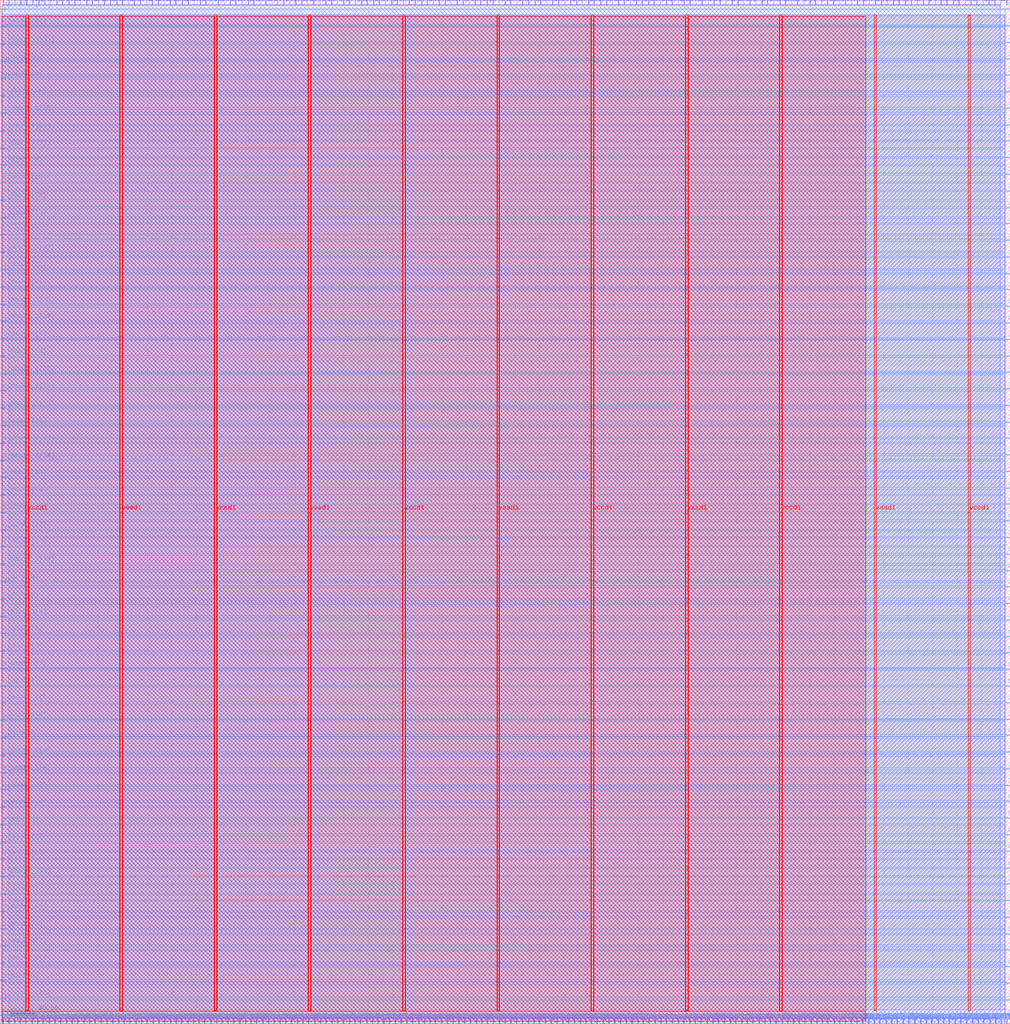
<source format=lef>
VERSION 5.7 ;
  NOWIREEXTENSIONATPIN ON ;
  DIVIDERCHAR "/" ;
  BUSBITCHARS "[]" ;
MACRO user_proj
  CLASS BLOCK ;
  FOREIGN user_proj ;
  ORIGIN 0.000 0.000 ;
  SIZE 823.065 BY 833.785 ;
  PIN i_dout0[0]
    DIRECTION INPUT ;
    USE SIGNAL ;
    PORT
      LAYER met3 ;
        RECT 0.000 6.840 4.000 7.440 ;
    END
  END i_dout0[0]
  PIN i_dout0[10]
    DIRECTION INPUT ;
    USE SIGNAL ;
    PORT
      LAYER met2 ;
        RECT 669.850 0.000 670.130 4.000 ;
    END
  END i_dout0[10]
  PIN i_dout0[11]
    DIRECTION INPUT ;
    USE SIGNAL ;
    PORT
      LAYER met3 ;
        RECT 819.065 449.520 823.065 450.120 ;
    END
  END i_dout0[11]
  PIN i_dout0[12]
    DIRECTION INPUT ;
    USE SIGNAL ;
    PORT
      LAYER met2 ;
        RECT 679.050 829.785 679.330 833.785 ;
    END
  END i_dout0[12]
  PIN i_dout0[13]
    DIRECTION INPUT ;
    USE SIGNAL ;
    PORT
      LAYER met3 ;
        RECT 819.065 503.240 823.065 503.840 ;
    END
  END i_dout0[13]
  PIN i_dout0[14]
    DIRECTION INPUT ;
    USE SIGNAL ;
    PORT
      LAYER met3 ;
        RECT 0.000 430.480 4.000 431.080 ;
    END
  END i_dout0[14]
  PIN i_dout0[15]
    DIRECTION INPUT ;
    USE SIGNAL ;
    PORT
      LAYER met2 ;
        RECT 698.370 829.785 698.650 833.785 ;
    END
  END i_dout0[15]
  PIN i_dout0[16]
    DIRECTION INPUT ;
    USE SIGNAL ;
    PORT
      LAYER met3 ;
        RECT 819.065 556.960 823.065 557.560 ;
    END
  END i_dout0[16]
  PIN i_dout0[17]
    DIRECTION INPUT ;
    USE SIGNAL ;
    PORT
      LAYER met2 ;
        RECT 712.170 0.000 712.450 4.000 ;
    END
  END i_dout0[17]
  PIN i_dout0[18]
    DIRECTION INPUT ;
    USE SIGNAL ;
    PORT
      LAYER met2 ;
        RECT 713.090 829.785 713.370 833.785 ;
    END
  END i_dout0[18]
  PIN i_dout0[19]
    DIRECTION INPUT ;
    USE SIGNAL ;
    PORT
      LAYER met2 ;
        RECT 722.750 829.785 723.030 833.785 ;
    END
  END i_dout0[19]
  PIN i_dout0[1]
    DIRECTION INPUT ;
    USE SIGNAL ;
    PORT
      LAYER met2 ;
        RECT 571.870 829.785 572.150 833.785 ;
    END
  END i_dout0[1]
  PIN i_dout0[20]
    DIRECTION INPUT ;
    USE SIGNAL ;
    PORT
      LAYER met2 ;
        RECT 732.410 829.785 732.690 833.785 ;
    END
  END i_dout0[20]
  PIN i_dout0[21]
    DIRECTION INPUT ;
    USE SIGNAL ;
    PORT
      LAYER met3 ;
        RECT 0.000 599.800 4.000 600.400 ;
    END
  END i_dout0[21]
  PIN i_dout0[22]
    DIRECTION INPUT ;
    USE SIGNAL ;
    PORT
      LAYER met3 ;
        RECT 0.000 614.080 4.000 614.680 ;
    END
  END i_dout0[22]
  PIN i_dout0[23]
    DIRECTION INPUT ;
    USE SIGNAL ;
    PORT
      LAYER met2 ;
        RECT 749.890 0.000 750.170 4.000 ;
    END
  END i_dout0[23]
  PIN i_dout0[24]
    DIRECTION INPUT ;
    USE SIGNAL ;
    PORT
      LAYER met3 ;
        RECT 0.000 656.240 4.000 656.840 ;
    END
  END i_dout0[24]
  PIN i_dout0[25]
    DIRECTION INPUT ;
    USE SIGNAL ;
    PORT
      LAYER met3 ;
        RECT 819.065 705.200 823.065 705.800 ;
    END
  END i_dout0[25]
  PIN i_dout0[26]
    DIRECTION INPUT ;
    USE SIGNAL ;
    PORT
      LAYER met2 ;
        RECT 768.750 0.000 769.030 4.000 ;
    END
  END i_dout0[26]
  PIN i_dout0[27]
    DIRECTION INPUT ;
    USE SIGNAL ;
    PORT
      LAYER met3 ;
        RECT 0.000 712.680 4.000 713.280 ;
    END
  END i_dout0[27]
  PIN i_dout0[28]
    DIRECTION INPUT ;
    USE SIGNAL ;
    PORT
      LAYER met2 ;
        RECT 787.610 0.000 787.890 4.000 ;
    END
  END i_dout0[28]
  PIN i_dout0[29]
    DIRECTION INPUT ;
    USE SIGNAL ;
    PORT
      LAYER met2 ;
        RECT 792.210 0.000 792.490 4.000 ;
    END
  END i_dout0[29]
  PIN i_dout0[2]
    DIRECTION INPUT ;
    USE SIGNAL ;
    PORT
      LAYER met3 ;
        RECT 819.065 113.600 823.065 114.200 ;
    END
  END i_dout0[2]
  PIN i_dout0[30]
    DIRECTION INPUT ;
    USE SIGNAL ;
    PORT
      LAYER met3 ;
        RECT 819.065 812.640 823.065 813.240 ;
    END
  END i_dout0[30]
  PIN i_dout0[31]
    DIRECTION INPUT ;
    USE SIGNAL ;
    PORT
      LAYER met3 ;
        RECT 0.000 811.960 4.000 812.560 ;
    END
  END i_dout0[31]
  PIN i_dout0[3]
    DIRECTION INPUT ;
    USE SIGNAL ;
    PORT
      LAYER met3 ;
        RECT 0.000 134.000 4.000 134.600 ;
    END
  END i_dout0[3]
  PIN i_dout0[4]
    DIRECTION INPUT ;
    USE SIGNAL ;
    PORT
      LAYER met2 ;
        RECT 608.670 0.000 608.950 4.000 ;
    END
  END i_dout0[4]
  PIN i_dout0[5]
    DIRECTION INPUT ;
    USE SIGNAL ;
    PORT
      LAYER met3 ;
        RECT 819.065 247.560 823.065 248.160 ;
    END
  END i_dout0[5]
  PIN i_dout0[6]
    DIRECTION INPUT ;
    USE SIGNAL ;
    PORT
      LAYER met2 ;
        RECT 641.790 0.000 642.070 4.000 ;
    END
  END i_dout0[6]
  PIN i_dout0[7]
    DIRECTION INPUT ;
    USE SIGNAL ;
    PORT
      LAYER met2 ;
        RECT 625.230 829.785 625.510 833.785 ;
    END
  END i_dout0[7]
  PIN i_dout0[8]
    DIRECTION INPUT ;
    USE SIGNAL ;
    PORT
      LAYER met3 ;
        RECT 0.000 303.320 4.000 303.920 ;
    END
  END i_dout0[8]
  PIN i_dout0[9]
    DIRECTION INPUT ;
    USE SIGNAL ;
    PORT
      LAYER met3 ;
        RECT 819.065 395.800 823.065 396.400 ;
    END
  END i_dout0[9]
  PIN i_dout0_1[0]
    DIRECTION INPUT ;
    USE SIGNAL ;
    PORT
      LAYER met3 ;
        RECT 819.065 19.080 823.065 19.680 ;
    END
  END i_dout0_1[0]
  PIN i_dout0_1[10]
    DIRECTION INPUT ;
    USE SIGNAL ;
    PORT
      LAYER met2 ;
        RECT 665.250 0.000 665.530 4.000 ;
    END
  END i_dout0_1[10]
  PIN i_dout0_1[11]
    DIRECTION INPUT ;
    USE SIGNAL ;
    PORT
      LAYER met3 ;
        RECT 819.065 435.920 823.065 436.520 ;
    END
  END i_dout0_1[11]
  PIN i_dout0_1[12]
    DIRECTION INPUT ;
    USE SIGNAL ;
    PORT
      LAYER met2 ;
        RECT 673.990 829.785 674.270 833.785 ;
    END
  END i_dout0_1[12]
  PIN i_dout0_1[13]
    DIRECTION INPUT ;
    USE SIGNAL ;
    PORT
      LAYER met3 ;
        RECT 819.065 489.640 823.065 490.240 ;
    END
  END i_dout0_1[13]
  PIN i_dout0_1[14]
    DIRECTION INPUT ;
    USE SIGNAL ;
    PORT
      LAYER met2 ;
        RECT 693.310 0.000 693.590 4.000 ;
    END
  END i_dout0_1[14]
  PIN i_dout0_1[15]
    DIRECTION INPUT ;
    USE SIGNAL ;
    PORT
      LAYER met3 ;
        RECT 0.000 458.360 4.000 458.960 ;
    END
  END i_dout0_1[15]
  PIN i_dout0_1[16]
    DIRECTION INPUT ;
    USE SIGNAL ;
    PORT
      LAYER met3 ;
        RECT 819.065 543.360 823.065 543.960 ;
    END
  END i_dout0_1[16]
  PIN i_dout0_1[17]
    DIRECTION INPUT ;
    USE SIGNAL ;
    PORT
      LAYER met3 ;
        RECT 0.000 501.200 4.000 501.800 ;
    END
  END i_dout0_1[17]
  PIN i_dout0_1[18]
    DIRECTION INPUT ;
    USE SIGNAL ;
    PORT
      LAYER met3 ;
        RECT 0.000 529.080 4.000 529.680 ;
    END
  END i_dout0_1[18]
  PIN i_dout0_1[19]
    DIRECTION INPUT ;
    USE SIGNAL ;
    PORT
      LAYER met2 ;
        RECT 726.430 0.000 726.710 4.000 ;
    END
  END i_dout0_1[19]
  PIN i_dout0_1[1]
    DIRECTION INPUT ;
    USE SIGNAL ;
    PORT
      LAYER met2 ;
        RECT 552.550 0.000 552.830 4.000 ;
    END
  END i_dout0_1[1]
  PIN i_dout0_1[20]
    DIRECTION INPUT ;
    USE SIGNAL ;
    PORT
      LAYER met2 ;
        RECT 735.630 0.000 735.910 4.000 ;
    END
  END i_dout0_1[20]
  PIN i_dout0_1[21]
    DIRECTION INPUT ;
    USE SIGNAL ;
    PORT
      LAYER met3 ;
        RECT 819.065 624.280 823.065 624.880 ;
    END
  END i_dout0_1[21]
  PIN i_dout0_1[22]
    DIRECTION INPUT ;
    USE SIGNAL ;
    PORT
      LAYER met3 ;
        RECT 819.065 651.480 823.065 652.080 ;
    END
  END i_dout0_1[22]
  PIN i_dout0_1[23]
    DIRECTION INPUT ;
    USE SIGNAL ;
    PORT
      LAYER met2 ;
        RECT 745.290 0.000 745.570 4.000 ;
    END
  END i_dout0_1[23]
  PIN i_dout0_1[24]
    DIRECTION INPUT ;
    USE SIGNAL ;
    PORT
      LAYER met2 ;
        RECT 776.570 829.785 776.850 833.785 ;
    END
  END i_dout0_1[24]
  PIN i_dout0_1[25]
    DIRECTION INPUT ;
    USE SIGNAL ;
    PORT
      LAYER met3 ;
        RECT 819.065 691.600 823.065 692.200 ;
    END
  END i_dout0_1[25]
  PIN i_dout0_1[26]
    DIRECTION INPUT ;
    USE SIGNAL ;
    PORT
      LAYER met3 ;
        RECT 819.065 731.720 823.065 732.320 ;
    END
  END i_dout0_1[26]
  PIN i_dout0_1[27]
    DIRECTION INPUT ;
    USE SIGNAL ;
    PORT
      LAYER met2 ;
        RECT 777.950 0.000 778.230 4.000 ;
    END
  END i_dout0_1[27]
  PIN i_dout0_1[28]
    DIRECTION INPUT ;
    USE SIGNAL ;
    PORT
      LAYER met3 ;
        RECT 0.000 741.240 4.000 741.840 ;
    END
  END i_dout0_1[28]
  PIN i_dout0_1[29]
    DIRECTION INPUT ;
    USE SIGNAL ;
    PORT
      LAYER met2 ;
        RECT 810.610 829.785 810.890 833.785 ;
    END
  END i_dout0_1[29]
  PIN i_dout0_1[2]
    DIRECTION INPUT ;
    USE SIGNAL ;
    PORT
      LAYER met3 ;
        RECT 819.065 100.000 823.065 100.600 ;
    END
  END i_dout0_1[2]
  PIN i_dout0_1[30]
    DIRECTION INPUT ;
    USE SIGNAL ;
    PORT
      LAYER met3 ;
        RECT 819.065 799.040 823.065 799.640 ;
    END
  END i_dout0_1[30]
  PIN i_dout0_1[31]
    DIRECTION INPUT ;
    USE SIGNAL ;
    PORT
      LAYER met2 ;
        RECT 815.670 0.000 815.950 4.000 ;
    END
  END i_dout0_1[31]
  PIN i_dout0_1[3]
    DIRECTION INPUT ;
    USE SIGNAL ;
    PORT
      LAYER met3 ;
        RECT 0.000 119.720 4.000 120.320 ;
    END
  END i_dout0_1[3]
  PIN i_dout0_1[4]
    DIRECTION INPUT ;
    USE SIGNAL ;
    PORT
      LAYER met3 ;
        RECT 819.065 193.840 823.065 194.440 ;
    END
  END i_dout0_1[4]
  PIN i_dout0_1[5]
    DIRECTION INPUT ;
    USE SIGNAL ;
    PORT
      LAYER met2 ;
        RECT 601.310 829.785 601.590 833.785 ;
    END
  END i_dout0_1[5]
  PIN i_dout0_1[6]
    DIRECTION INPUT ;
    USE SIGNAL ;
    PORT
      LAYER met2 ;
        RECT 610.970 829.785 611.250 833.785 ;
    END
  END i_dout0_1[6]
  PIN i_dout0_1[7]
    DIRECTION INPUT ;
    USE SIGNAL ;
    PORT
      LAYER met3 ;
        RECT 819.065 328.480 823.065 329.080 ;
    END
  END i_dout0_1[7]
  PIN i_dout0_1[8]
    DIRECTION INPUT ;
    USE SIGNAL ;
    PORT
      LAYER met2 ;
        RECT 655.590 0.000 655.870 4.000 ;
    END
  END i_dout0_1[8]
  PIN i_dout0_1[9]
    DIRECTION INPUT ;
    USE SIGNAL ;
    PORT
      LAYER met2 ;
        RECT 645.010 829.785 645.290 833.785 ;
    END
  END i_dout0_1[9]
  PIN i_dout1[0]
    DIRECTION INPUT ;
    USE SIGNAL ;
    PORT
      LAYER met2 ;
        RECT 562.210 829.785 562.490 833.785 ;
    END
  END i_dout1[0]
  PIN i_dout1[10]
    DIRECTION INPUT ;
    USE SIGNAL ;
    PORT
      LAYER met3 ;
        RECT 0.000 388.320 4.000 388.920 ;
    END
  END i_dout1[10]
  PIN i_dout1[11]
    DIRECTION INPUT ;
    USE SIGNAL ;
    PORT
      LAYER met3 ;
        RECT 819.065 463.120 823.065 463.720 ;
    END
  END i_dout1[11]
  PIN i_dout1[12]
    DIRECTION INPUT ;
    USE SIGNAL ;
    PORT
      LAYER met2 ;
        RECT 679.510 0.000 679.790 4.000 ;
    END
  END i_dout1[12]
  PIN i_dout1[13]
    DIRECTION INPUT ;
    USE SIGNAL ;
    PORT
      LAYER met2 ;
        RECT 684.110 0.000 684.390 4.000 ;
    END
  END i_dout1[13]
  PIN i_dout1[14]
    DIRECTION INPUT ;
    USE SIGNAL ;
    PORT
      LAYER met3 ;
        RECT 0.000 444.760 4.000 445.360 ;
    END
  END i_dout1[14]
  PIN i_dout1[15]
    DIRECTION INPUT ;
    USE SIGNAL ;
    PORT
      LAYER met2 ;
        RECT 703.430 829.785 703.710 833.785 ;
    END
  END i_dout1[15]
  PIN i_dout1[16]
    DIRECTION INPUT ;
    USE SIGNAL ;
    PORT
      LAYER met3 ;
        RECT 0.000 486.920 4.000 487.520 ;
    END
  END i_dout1[16]
  PIN i_dout1[17]
    DIRECTION INPUT ;
    USE SIGNAL ;
    PORT
      LAYER met2 ;
        RECT 716.770 0.000 717.050 4.000 ;
    END
  END i_dout1[17]
  PIN i_dout1[18]
    DIRECTION INPUT ;
    USE SIGNAL ;
    PORT
      LAYER met3 ;
        RECT 0.000 543.360 4.000 543.960 ;
    END
  END i_dout1[18]
  PIN i_dout1[19]
    DIRECTION INPUT ;
    USE SIGNAL ;
    PORT
      LAYER met2 ;
        RECT 731.030 0.000 731.310 4.000 ;
    END
  END i_dout1[19]
  PIN i_dout1[1]
    DIRECTION INPUT ;
    USE SIGNAL ;
    PORT
      LAYER met3 ;
        RECT 819.065 59.880 823.065 60.480 ;
    END
  END i_dout1[1]
  PIN i_dout1[20]
    DIRECTION INPUT ;
    USE SIGNAL ;
    PORT
      LAYER met2 ;
        RECT 737.470 829.785 737.750 833.785 ;
    END
  END i_dout1[20]
  PIN i_dout1[21]
    DIRECTION INPUT ;
    USE SIGNAL ;
    PORT
      LAYER met2 ;
        RECT 740.230 0.000 740.510 4.000 ;
    END
  END i_dout1[21]
  PIN i_dout1[22]
    DIRECTION INPUT ;
    USE SIGNAL ;
    PORT
      LAYER met3 ;
        RECT 819.065 664.400 823.065 665.000 ;
    END
  END i_dout1[22]
  PIN i_dout1[23]
    DIRECTION INPUT ;
    USE SIGNAL ;
    PORT
      LAYER met3 ;
        RECT 0.000 642.640 4.000 643.240 ;
    END
  END i_dout1[23]
  PIN i_dout1[24]
    DIRECTION INPUT ;
    USE SIGNAL ;
    PORT
      LAYER met3 ;
        RECT 0.000 670.520 4.000 671.120 ;
    END
  END i_dout1[24]
  PIN i_dout1[25]
    DIRECTION INPUT ;
    USE SIGNAL ;
    PORT
      LAYER met3 ;
        RECT 0.000 684.800 4.000 685.400 ;
    END
  END i_dout1[25]
  PIN i_dout1[26]
    DIRECTION INPUT ;
    USE SIGNAL ;
    PORT
      LAYER met2 ;
        RECT 790.830 829.785 791.110 833.785 ;
    END
  END i_dout1[26]
  PIN i_dout1[27]
    DIRECTION INPUT ;
    USE SIGNAL ;
    PORT
      LAYER met3 ;
        RECT 819.065 772.520 823.065 773.120 ;
    END
  END i_dout1[27]
  PIN i_dout1[28]
    DIRECTION INPUT ;
    USE SIGNAL ;
    PORT
      LAYER met3 ;
        RECT 0.000 755.520 4.000 756.120 ;
    END
  END i_dout1[28]
  PIN i_dout1[29]
    DIRECTION INPUT ;
    USE SIGNAL ;
    PORT
      LAYER met2 ;
        RECT 815.210 829.785 815.490 833.785 ;
    END
  END i_dout1[29]
  PIN i_dout1[2]
    DIRECTION INPUT ;
    USE SIGNAL ;
    PORT
      LAYER met3 ;
        RECT 0.000 76.880 4.000 77.480 ;
    END
  END i_dout1[2]
  PIN i_dout1[30]
    DIRECTION INPUT ;
    USE SIGNAL ;
    PORT
      LAYER met2 ;
        RECT 820.270 829.785 820.550 833.785 ;
    END
  END i_dout1[30]
  PIN i_dout1[31]
    DIRECTION INPUT ;
    USE SIGNAL ;
    PORT
      LAYER met2 ;
        RECT 820.270 0.000 820.550 4.000 ;
    END
  END i_dout1[31]
  PIN i_dout1[3]
    DIRECTION INPUT ;
    USE SIGNAL ;
    PORT
      LAYER met2 ;
        RECT 594.870 0.000 595.150 4.000 ;
    END
  END i_dout1[3]
  PIN i_dout1[4]
    DIRECTION INPUT ;
    USE SIGNAL ;
    PORT
      LAYER met3 ;
        RECT 819.065 221.040 823.065 221.640 ;
    END
  END i_dout1[4]
  PIN i_dout1[5]
    DIRECTION INPUT ;
    USE SIGNAL ;
    PORT
      LAYER met3 ;
        RECT 819.065 261.160 823.065 261.760 ;
    END
  END i_dout1[5]
  PIN i_dout1[6]
    DIRECTION INPUT ;
    USE SIGNAL ;
    PORT
      LAYER met2 ;
        RECT 615.570 829.785 615.850 833.785 ;
    END
  END i_dout1[6]
  PIN i_dout1[7]
    DIRECTION INPUT ;
    USE SIGNAL ;
    PORT
      LAYER met2 ;
        RECT 630.290 829.785 630.570 833.785 ;
    END
  END i_dout1[7]
  PIN i_dout1[8]
    DIRECTION INPUT ;
    USE SIGNAL ;
    PORT
      LAYER met3 ;
        RECT 819.065 355.680 823.065 356.280 ;
    END
  END i_dout1[8]
  PIN i_dout1[9]
    DIRECTION INPUT ;
    USE SIGNAL ;
    PORT
      LAYER met2 ;
        RECT 654.670 829.785 654.950 833.785 ;
    END
  END i_dout1[9]
  PIN i_dout1_1[0]
    DIRECTION INPUT ;
    USE SIGNAL ;
    PORT
      LAYER met3 ;
        RECT 0.000 20.440 4.000 21.040 ;
    END
  END i_dout1_1[0]
  PIN i_dout1_1[10]
    DIRECTION INPUT ;
    USE SIGNAL ;
    PORT
      LAYER met3 ;
        RECT 0.000 374.040 4.000 374.640 ;
    END
  END i_dout1_1[10]
  PIN i_dout1_1[11]
    DIRECTION INPUT ;
    USE SIGNAL ;
    PORT
      LAYER met2 ;
        RECT 664.330 829.785 664.610 833.785 ;
    END
  END i_dout1_1[11]
  PIN i_dout1_1[12]
    DIRECTION INPUT ;
    USE SIGNAL ;
    PORT
      LAYER met2 ;
        RECT 674.450 0.000 674.730 4.000 ;
    END
  END i_dout1_1[12]
  PIN i_dout1_1[13]
    DIRECTION INPUT ;
    USE SIGNAL ;
    PORT
      LAYER met2 ;
        RECT 684.110 829.785 684.390 833.785 ;
    END
  END i_dout1_1[13]
  PIN i_dout1_1[14]
    DIRECTION INPUT ;
    USE SIGNAL ;
    PORT
      LAYER met3 ;
        RECT 819.065 516.840 823.065 517.440 ;
    END
  END i_dout1_1[14]
  PIN i_dout1_1[15]
    DIRECTION INPUT ;
    USE SIGNAL ;
    PORT
      LAYER met3 ;
        RECT 819.065 530.440 823.065 531.040 ;
    END
  END i_dout1_1[15]
  PIN i_dout1_1[16]
    DIRECTION INPUT ;
    USE SIGNAL ;
    PORT
      LAYER met3 ;
        RECT 0.000 472.640 4.000 473.240 ;
    END
  END i_dout1_1[16]
  PIN i_dout1_1[17]
    DIRECTION INPUT ;
    USE SIGNAL ;
    PORT
      LAYER met3 ;
        RECT 0.000 515.480 4.000 516.080 ;
    END
  END i_dout1_1[17]
  PIN i_dout1_1[18]
    DIRECTION INPUT ;
    USE SIGNAL ;
    PORT
      LAYER met3 ;
        RECT 819.065 597.760 823.065 598.360 ;
    END
  END i_dout1_1[18]
  PIN i_dout1_1[19]
    DIRECTION INPUT ;
    USE SIGNAL ;
    PORT
      LAYER met3 ;
        RECT 0.000 571.920 4.000 572.520 ;
    END
  END i_dout1_1[19]
  PIN i_dout1_1[1]
    DIRECTION INPUT ;
    USE SIGNAL ;
    PORT
      LAYER met3 ;
        RECT 0.000 49.000 4.000 49.600 ;
    END
  END i_dout1_1[1]
  PIN i_dout1_1[20]
    DIRECTION INPUT ;
    USE SIGNAL ;
    PORT
      LAYER met3 ;
        RECT 0.000 585.520 4.000 586.120 ;
    END
  END i_dout1_1[20]
  PIN i_dout1_1[21]
    DIRECTION INPUT ;
    USE SIGNAL ;
    PORT
      LAYER met3 ;
        RECT 819.065 637.880 823.065 638.480 ;
    END
  END i_dout1_1[21]
  PIN i_dout1_1[22]
    DIRECTION INPUT ;
    USE SIGNAL ;
    PORT
      LAYER met2 ;
        RECT 761.850 829.785 762.130 833.785 ;
    END
  END i_dout1_1[22]
  PIN i_dout1_1[23]
    DIRECTION INPUT ;
    USE SIGNAL ;
    PORT
      LAYER met3 ;
        RECT 0.000 628.360 4.000 628.960 ;
    END
  END i_dout1_1[23]
  PIN i_dout1_1[24]
    DIRECTION INPUT ;
    USE SIGNAL ;
    PORT
      LAYER met3 ;
        RECT 819.065 678.000 823.065 678.600 ;
    END
  END i_dout1_1[24]
  PIN i_dout1_1[25]
    DIRECTION INPUT ;
    USE SIGNAL ;
    PORT
      LAYER met2 ;
        RECT 764.150 0.000 764.430 4.000 ;
    END
  END i_dout1_1[25]
  PIN i_dout1_1[26]
    DIRECTION INPUT ;
    USE SIGNAL ;
    PORT
      LAYER met3 ;
        RECT 819.065 745.320 823.065 745.920 ;
    END
  END i_dout1_1[26]
  PIN i_dout1_1[27]
    DIRECTION INPUT ;
    USE SIGNAL ;
    PORT
      LAYER met3 ;
        RECT 819.065 758.920 823.065 759.520 ;
    END
  END i_dout1_1[27]
  PIN i_dout1_1[28]
    DIRECTION INPUT ;
    USE SIGNAL ;
    PORT
      LAYER met2 ;
        RECT 800.950 829.785 801.230 833.785 ;
    END
  END i_dout1_1[28]
  PIN i_dout1_1[29]
    DIRECTION INPUT ;
    USE SIGNAL ;
    PORT
      LAYER met3 ;
        RECT 819.065 785.440 823.065 786.040 ;
    END
  END i_dout1_1[29]
  PIN i_dout1_1[2]
    DIRECTION INPUT ;
    USE SIGNAL ;
    PORT
      LAYER met2 ;
        RECT 580.610 0.000 580.890 4.000 ;
    END
  END i_dout1_1[2]
  PIN i_dout1_1[30]
    DIRECTION INPUT ;
    USE SIGNAL ;
    PORT
      LAYER met2 ;
        RECT 806.470 0.000 806.750 4.000 ;
    END
  END i_dout1_1[30]
  PIN i_dout1_1[31]
    DIRECTION INPUT ;
    USE SIGNAL ;
    PORT
      LAYER met3 ;
        RECT 0.000 797.680 4.000 798.280 ;
    END
  END i_dout1_1[31]
  PIN i_dout1_1[3]
    DIRECTION INPUT ;
    USE SIGNAL ;
    PORT
      LAYER met2 ;
        RECT 589.810 0.000 590.090 4.000 ;
    END
  END i_dout1_1[3]
  PIN i_dout1_1[4]
    DIRECTION INPUT ;
    USE SIGNAL ;
    PORT
      LAYER met3 ;
        RECT 819.065 207.440 823.065 208.040 ;
    END
  END i_dout1_1[4]
  PIN i_dout1_1[5]
    DIRECTION INPUT ;
    USE SIGNAL ;
    PORT
      LAYER met3 ;
        RECT 0.000 190.440 4.000 191.040 ;
    END
  END i_dout1_1[5]
  PIN i_dout1_1[6]
    DIRECTION INPUT ;
    USE SIGNAL ;
    PORT
      LAYER met3 ;
        RECT 0.000 218.320 4.000 218.920 ;
    END
  END i_dout1_1[6]
  PIN i_dout1_1[7]
    DIRECTION INPUT ;
    USE SIGNAL ;
    PORT
      LAYER met3 ;
        RECT 0.000 261.160 4.000 261.760 ;
    END
  END i_dout1_1[7]
  PIN i_dout1_1[8]
    DIRECTION INPUT ;
    USE SIGNAL ;
    PORT
      LAYER met2 ;
        RECT 660.650 0.000 660.930 4.000 ;
    END
  END i_dout1_1[8]
  PIN i_dout1_1[9]
    DIRECTION INPUT ;
    USE SIGNAL ;
    PORT
      LAYER met2 ;
        RECT 649.610 829.785 649.890 833.785 ;
    END
  END i_dout1_1[9]
  PIN io_in[0]
    DIRECTION INPUT ;
    USE SIGNAL ;
    PORT
      LAYER met2 ;
        RECT 2.390 829.785 2.670 833.785 ;
    END
  END io_in[0]
  PIN io_in[10]
    DIRECTION INPUT ;
    USE SIGNAL ;
    PORT
      LAYER met2 ;
        RECT 148.210 829.785 148.490 833.785 ;
    END
  END io_in[10]
  PIN io_in[11]
    DIRECTION INPUT ;
    USE SIGNAL ;
    PORT
      LAYER met2 ;
        RECT 162.930 829.785 163.210 833.785 ;
    END
  END io_in[11]
  PIN io_in[12]
    DIRECTION INPUT ;
    USE SIGNAL ;
    PORT
      LAYER met2 ;
        RECT 177.650 829.785 177.930 833.785 ;
    END
  END io_in[12]
  PIN io_in[13]
    DIRECTION INPUT ;
    USE SIGNAL ;
    PORT
      LAYER met2 ;
        RECT 191.910 829.785 192.190 833.785 ;
    END
  END io_in[13]
  PIN io_in[14]
    DIRECTION INPUT ;
    USE SIGNAL ;
    PORT
      LAYER met2 ;
        RECT 206.630 829.785 206.910 833.785 ;
    END
  END io_in[14]
  PIN io_in[15]
    DIRECTION INPUT ;
    USE SIGNAL ;
    PORT
      LAYER met2 ;
        RECT 221.350 829.785 221.630 833.785 ;
    END
  END io_in[15]
  PIN io_in[16]
    DIRECTION INPUT ;
    USE SIGNAL ;
    PORT
      LAYER met2 ;
        RECT 236.070 829.785 236.350 833.785 ;
    END
  END io_in[16]
  PIN io_in[17]
    DIRECTION INPUT ;
    USE SIGNAL ;
    PORT
      LAYER met2 ;
        RECT 250.330 829.785 250.610 833.785 ;
    END
  END io_in[17]
  PIN io_in[18]
    DIRECTION INPUT ;
    USE SIGNAL ;
    PORT
      LAYER met2 ;
        RECT 265.050 829.785 265.330 833.785 ;
    END
  END io_in[18]
  PIN io_in[19]
    DIRECTION INPUT ;
    USE SIGNAL ;
    PORT
      LAYER met2 ;
        RECT 279.770 829.785 280.050 833.785 ;
    END
  END io_in[19]
  PIN io_in[1]
    DIRECTION INPUT ;
    USE SIGNAL ;
    PORT
      LAYER met2 ;
        RECT 16.650 829.785 16.930 833.785 ;
    END
  END io_in[1]
  PIN io_in[20]
    DIRECTION INPUT ;
    USE SIGNAL ;
    PORT
      LAYER met2 ;
        RECT 294.490 829.785 294.770 833.785 ;
    END
  END io_in[20]
  PIN io_in[21]
    DIRECTION INPUT ;
    USE SIGNAL ;
    PORT
      LAYER met2 ;
        RECT 308.750 829.785 309.030 833.785 ;
    END
  END io_in[21]
  PIN io_in[22]
    DIRECTION INPUT ;
    USE SIGNAL ;
    PORT
      LAYER met2 ;
        RECT 323.470 829.785 323.750 833.785 ;
    END
  END io_in[22]
  PIN io_in[23]
    DIRECTION INPUT ;
    USE SIGNAL ;
    PORT
      LAYER met2 ;
        RECT 338.190 829.785 338.470 833.785 ;
    END
  END io_in[23]
  PIN io_in[24]
    DIRECTION INPUT ;
    USE SIGNAL ;
    PORT
      LAYER met2 ;
        RECT 352.910 829.785 353.190 833.785 ;
    END
  END io_in[24]
  PIN io_in[25]
    DIRECTION INPUT ;
    USE SIGNAL ;
    PORT
      LAYER met2 ;
        RECT 367.170 829.785 367.450 833.785 ;
    END
  END io_in[25]
  PIN io_in[26]
    DIRECTION INPUT ;
    USE SIGNAL ;
    PORT
      LAYER met2 ;
        RECT 381.890 829.785 382.170 833.785 ;
    END
  END io_in[26]
  PIN io_in[27]
    DIRECTION INPUT ;
    USE SIGNAL ;
    PORT
      LAYER met2 ;
        RECT 396.610 829.785 396.890 833.785 ;
    END
  END io_in[27]
  PIN io_in[28]
    DIRECTION INPUT ;
    USE SIGNAL ;
    PORT
      LAYER met2 ;
        RECT 411.330 829.785 411.610 833.785 ;
    END
  END io_in[28]
  PIN io_in[29]
    DIRECTION INPUT ;
    USE SIGNAL ;
    PORT
      LAYER met2 ;
        RECT 425.590 829.785 425.870 833.785 ;
    END
  END io_in[29]
  PIN io_in[2]
    DIRECTION INPUT ;
    USE SIGNAL ;
    PORT
      LAYER met2 ;
        RECT 31.370 829.785 31.650 833.785 ;
    END
  END io_in[2]
  PIN io_in[30]
    DIRECTION INPUT ;
    USE SIGNAL ;
    PORT
      LAYER met2 ;
        RECT 440.310 829.785 440.590 833.785 ;
    END
  END io_in[30]
  PIN io_in[31]
    DIRECTION INPUT ;
    USE SIGNAL ;
    PORT
      LAYER met2 ;
        RECT 455.030 829.785 455.310 833.785 ;
    END
  END io_in[31]
  PIN io_in[32]
    DIRECTION INPUT ;
    USE SIGNAL ;
    PORT
      LAYER met2 ;
        RECT 469.750 829.785 470.030 833.785 ;
    END
  END io_in[32]
  PIN io_in[33]
    DIRECTION INPUT ;
    USE SIGNAL ;
    PORT
      LAYER met2 ;
        RECT 484.010 829.785 484.290 833.785 ;
    END
  END io_in[33]
  PIN io_in[34]
    DIRECTION INPUT ;
    USE SIGNAL ;
    PORT
      LAYER met2 ;
        RECT 498.730 829.785 499.010 833.785 ;
    END
  END io_in[34]
  PIN io_in[35]
    DIRECTION INPUT ;
    USE SIGNAL ;
    PORT
      LAYER met2 ;
        RECT 513.450 829.785 513.730 833.785 ;
    END
  END io_in[35]
  PIN io_in[36]
    DIRECTION INPUT ;
    USE SIGNAL ;
    PORT
      LAYER met2 ;
        RECT 528.170 829.785 528.450 833.785 ;
    END
  END io_in[36]
  PIN io_in[37]
    DIRECTION INPUT ;
    USE SIGNAL ;
    PORT
      LAYER met2 ;
        RECT 542.890 829.785 543.170 833.785 ;
    END
  END io_in[37]
  PIN io_in[3]
    DIRECTION INPUT ;
    USE SIGNAL ;
    PORT
      LAYER met2 ;
        RECT 46.090 829.785 46.370 833.785 ;
    END
  END io_in[3]
  PIN io_in[4]
    DIRECTION INPUT ;
    USE SIGNAL ;
    PORT
      LAYER met2 ;
        RECT 60.810 829.785 61.090 833.785 ;
    END
  END io_in[4]
  PIN io_in[5]
    DIRECTION INPUT ;
    USE SIGNAL ;
    PORT
      LAYER met2 ;
        RECT 75.070 829.785 75.350 833.785 ;
    END
  END io_in[5]
  PIN io_in[6]
    DIRECTION INPUT ;
    USE SIGNAL ;
    PORT
      LAYER met2 ;
        RECT 89.790 829.785 90.070 833.785 ;
    END
  END io_in[6]
  PIN io_in[7]
    DIRECTION INPUT ;
    USE SIGNAL ;
    PORT
      LAYER met2 ;
        RECT 104.510 829.785 104.790 833.785 ;
    END
  END io_in[7]
  PIN io_in[8]
    DIRECTION INPUT ;
    USE SIGNAL ;
    PORT
      LAYER met2 ;
        RECT 119.230 829.785 119.510 833.785 ;
    END
  END io_in[8]
  PIN io_in[9]
    DIRECTION INPUT ;
    USE SIGNAL ;
    PORT
      LAYER met2 ;
        RECT 133.490 829.785 133.770 833.785 ;
    END
  END io_in[9]
  PIN io_oeb[0]
    DIRECTION OUTPUT TRISTATE ;
    USE SIGNAL ;
    PORT
      LAYER met2 ;
        RECT 6.990 829.785 7.270 833.785 ;
    END
  END io_oeb[0]
  PIN io_oeb[10]
    DIRECTION OUTPUT TRISTATE ;
    USE SIGNAL ;
    PORT
      LAYER met2 ;
        RECT 153.270 829.785 153.550 833.785 ;
    END
  END io_oeb[10]
  PIN io_oeb[11]
    DIRECTION OUTPUT TRISTATE ;
    USE SIGNAL ;
    PORT
      LAYER met2 ;
        RECT 167.530 829.785 167.810 833.785 ;
    END
  END io_oeb[11]
  PIN io_oeb[12]
    DIRECTION OUTPUT TRISTATE ;
    USE SIGNAL ;
    PORT
      LAYER met2 ;
        RECT 182.250 829.785 182.530 833.785 ;
    END
  END io_oeb[12]
  PIN io_oeb[13]
    DIRECTION OUTPUT TRISTATE ;
    USE SIGNAL ;
    PORT
      LAYER met2 ;
        RECT 196.970 829.785 197.250 833.785 ;
    END
  END io_oeb[13]
  PIN io_oeb[14]
    DIRECTION OUTPUT TRISTATE ;
    USE SIGNAL ;
    PORT
      LAYER met2 ;
        RECT 211.690 829.785 211.970 833.785 ;
    END
  END io_oeb[14]
  PIN io_oeb[15]
    DIRECTION OUTPUT TRISTATE ;
    USE SIGNAL ;
    PORT
      LAYER met2 ;
        RECT 225.950 829.785 226.230 833.785 ;
    END
  END io_oeb[15]
  PIN io_oeb[16]
    DIRECTION OUTPUT TRISTATE ;
    USE SIGNAL ;
    PORT
      LAYER met2 ;
        RECT 240.670 829.785 240.950 833.785 ;
    END
  END io_oeb[16]
  PIN io_oeb[17]
    DIRECTION OUTPUT TRISTATE ;
    USE SIGNAL ;
    PORT
      LAYER met2 ;
        RECT 255.390 829.785 255.670 833.785 ;
    END
  END io_oeb[17]
  PIN io_oeb[18]
    DIRECTION OUTPUT TRISTATE ;
    USE SIGNAL ;
    PORT
      LAYER met2 ;
        RECT 270.110 829.785 270.390 833.785 ;
    END
  END io_oeb[18]
  PIN io_oeb[19]
    DIRECTION OUTPUT TRISTATE ;
    USE SIGNAL ;
    PORT
      LAYER met2 ;
        RECT 284.370 829.785 284.650 833.785 ;
    END
  END io_oeb[19]
  PIN io_oeb[1]
    DIRECTION OUTPUT TRISTATE ;
    USE SIGNAL ;
    PORT
      LAYER met2 ;
        RECT 21.710 829.785 21.990 833.785 ;
    END
  END io_oeb[1]
  PIN io_oeb[20]
    DIRECTION OUTPUT TRISTATE ;
    USE SIGNAL ;
    PORT
      LAYER met2 ;
        RECT 299.090 829.785 299.370 833.785 ;
    END
  END io_oeb[20]
  PIN io_oeb[21]
    DIRECTION OUTPUT TRISTATE ;
    USE SIGNAL ;
    PORT
      LAYER met2 ;
        RECT 313.810 829.785 314.090 833.785 ;
    END
  END io_oeb[21]
  PIN io_oeb[22]
    DIRECTION OUTPUT TRISTATE ;
    USE SIGNAL ;
    PORT
      LAYER met2 ;
        RECT 328.530 829.785 328.810 833.785 ;
    END
  END io_oeb[22]
  PIN io_oeb[23]
    DIRECTION OUTPUT TRISTATE ;
    USE SIGNAL ;
    PORT
      LAYER met2 ;
        RECT 343.250 829.785 343.530 833.785 ;
    END
  END io_oeb[23]
  PIN io_oeb[24]
    DIRECTION OUTPUT TRISTATE ;
    USE SIGNAL ;
    PORT
      LAYER met2 ;
        RECT 357.510 829.785 357.790 833.785 ;
    END
  END io_oeb[24]
  PIN io_oeb[25]
    DIRECTION OUTPUT TRISTATE ;
    USE SIGNAL ;
    PORT
      LAYER met2 ;
        RECT 372.230 829.785 372.510 833.785 ;
    END
  END io_oeb[25]
  PIN io_oeb[26]
    DIRECTION OUTPUT TRISTATE ;
    USE SIGNAL ;
    PORT
      LAYER met2 ;
        RECT 386.950 829.785 387.230 833.785 ;
    END
  END io_oeb[26]
  PIN io_oeb[27]
    DIRECTION OUTPUT TRISTATE ;
    USE SIGNAL ;
    PORT
      LAYER met2 ;
        RECT 401.670 829.785 401.950 833.785 ;
    END
  END io_oeb[27]
  PIN io_oeb[28]
    DIRECTION OUTPUT TRISTATE ;
    USE SIGNAL ;
    PORT
      LAYER met2 ;
        RECT 415.930 829.785 416.210 833.785 ;
    END
  END io_oeb[28]
  PIN io_oeb[29]
    DIRECTION OUTPUT TRISTATE ;
    USE SIGNAL ;
    PORT
      LAYER met2 ;
        RECT 430.650 829.785 430.930 833.785 ;
    END
  END io_oeb[29]
  PIN io_oeb[2]
    DIRECTION OUTPUT TRISTATE ;
    USE SIGNAL ;
    PORT
      LAYER met2 ;
        RECT 36.430 829.785 36.710 833.785 ;
    END
  END io_oeb[2]
  PIN io_oeb[30]
    DIRECTION OUTPUT TRISTATE ;
    USE SIGNAL ;
    PORT
      LAYER met2 ;
        RECT 445.370 829.785 445.650 833.785 ;
    END
  END io_oeb[30]
  PIN io_oeb[31]
    DIRECTION OUTPUT TRISTATE ;
    USE SIGNAL ;
    PORT
      LAYER met2 ;
        RECT 460.090 829.785 460.370 833.785 ;
    END
  END io_oeb[31]
  PIN io_oeb[32]
    DIRECTION OUTPUT TRISTATE ;
    USE SIGNAL ;
    PORT
      LAYER met2 ;
        RECT 474.350 829.785 474.630 833.785 ;
    END
  END io_oeb[32]
  PIN io_oeb[33]
    DIRECTION OUTPUT TRISTATE ;
    USE SIGNAL ;
    PORT
      LAYER met2 ;
        RECT 489.070 829.785 489.350 833.785 ;
    END
  END io_oeb[33]
  PIN io_oeb[34]
    DIRECTION OUTPUT TRISTATE ;
    USE SIGNAL ;
    PORT
      LAYER met2 ;
        RECT 503.790 829.785 504.070 833.785 ;
    END
  END io_oeb[34]
  PIN io_oeb[35]
    DIRECTION OUTPUT TRISTATE ;
    USE SIGNAL ;
    PORT
      LAYER met2 ;
        RECT 518.510 829.785 518.790 833.785 ;
    END
  END io_oeb[35]
  PIN io_oeb[36]
    DIRECTION OUTPUT TRISTATE ;
    USE SIGNAL ;
    PORT
      LAYER met2 ;
        RECT 532.770 829.785 533.050 833.785 ;
    END
  END io_oeb[36]
  PIN io_oeb[37]
    DIRECTION OUTPUT TRISTATE ;
    USE SIGNAL ;
    PORT
      LAYER met2 ;
        RECT 547.490 829.785 547.770 833.785 ;
    END
  END io_oeb[37]
  PIN io_oeb[3]
    DIRECTION OUTPUT TRISTATE ;
    USE SIGNAL ;
    PORT
      LAYER met2 ;
        RECT 50.690 829.785 50.970 833.785 ;
    END
  END io_oeb[3]
  PIN io_oeb[4]
    DIRECTION OUTPUT TRISTATE ;
    USE SIGNAL ;
    PORT
      LAYER met2 ;
        RECT 65.410 829.785 65.690 833.785 ;
    END
  END io_oeb[4]
  PIN io_oeb[5]
    DIRECTION OUTPUT TRISTATE ;
    USE SIGNAL ;
    PORT
      LAYER met2 ;
        RECT 80.130 829.785 80.410 833.785 ;
    END
  END io_oeb[5]
  PIN io_oeb[6]
    DIRECTION OUTPUT TRISTATE ;
    USE SIGNAL ;
    PORT
      LAYER met2 ;
        RECT 94.850 829.785 95.130 833.785 ;
    END
  END io_oeb[6]
  PIN io_oeb[7]
    DIRECTION OUTPUT TRISTATE ;
    USE SIGNAL ;
    PORT
      LAYER met2 ;
        RECT 109.110 829.785 109.390 833.785 ;
    END
  END io_oeb[7]
  PIN io_oeb[8]
    DIRECTION OUTPUT TRISTATE ;
    USE SIGNAL ;
    PORT
      LAYER met2 ;
        RECT 123.830 829.785 124.110 833.785 ;
    END
  END io_oeb[8]
  PIN io_oeb[9]
    DIRECTION OUTPUT TRISTATE ;
    USE SIGNAL ;
    PORT
      LAYER met2 ;
        RECT 138.550 829.785 138.830 833.785 ;
    END
  END io_oeb[9]
  PIN io_out[0]
    DIRECTION OUTPUT TRISTATE ;
    USE SIGNAL ;
    PORT
      LAYER met2 ;
        RECT 12.050 829.785 12.330 833.785 ;
    END
  END io_out[0]
  PIN io_out[10]
    DIRECTION OUTPUT TRISTATE ;
    USE SIGNAL ;
    PORT
      LAYER met2 ;
        RECT 157.870 829.785 158.150 833.785 ;
    END
  END io_out[10]
  PIN io_out[11]
    DIRECTION OUTPUT TRISTATE ;
    USE SIGNAL ;
    PORT
      LAYER met2 ;
        RECT 172.590 829.785 172.870 833.785 ;
    END
  END io_out[11]
  PIN io_out[12]
    DIRECTION OUTPUT TRISTATE ;
    USE SIGNAL ;
    PORT
      LAYER met2 ;
        RECT 187.310 829.785 187.590 833.785 ;
    END
  END io_out[12]
  PIN io_out[13]
    DIRECTION OUTPUT TRISTATE ;
    USE SIGNAL ;
    PORT
      LAYER met2 ;
        RECT 202.030 829.785 202.310 833.785 ;
    END
  END io_out[13]
  PIN io_out[14]
    DIRECTION OUTPUT TRISTATE ;
    USE SIGNAL ;
    PORT
      LAYER met2 ;
        RECT 216.290 829.785 216.570 833.785 ;
    END
  END io_out[14]
  PIN io_out[15]
    DIRECTION OUTPUT TRISTATE ;
    USE SIGNAL ;
    PORT
      LAYER met2 ;
        RECT 231.010 829.785 231.290 833.785 ;
    END
  END io_out[15]
  PIN io_out[16]
    DIRECTION OUTPUT TRISTATE ;
    USE SIGNAL ;
    PORT
      LAYER met2 ;
        RECT 245.730 829.785 246.010 833.785 ;
    END
  END io_out[16]
  PIN io_out[17]
    DIRECTION OUTPUT TRISTATE ;
    USE SIGNAL ;
    PORT
      LAYER met2 ;
        RECT 260.450 829.785 260.730 833.785 ;
    END
  END io_out[17]
  PIN io_out[18]
    DIRECTION OUTPUT TRISTATE ;
    USE SIGNAL ;
    PORT
      LAYER met2 ;
        RECT 274.710 829.785 274.990 833.785 ;
    END
  END io_out[18]
  PIN io_out[19]
    DIRECTION OUTPUT TRISTATE ;
    USE SIGNAL ;
    PORT
      LAYER met2 ;
        RECT 289.430 829.785 289.710 833.785 ;
    END
  END io_out[19]
  PIN io_out[1]
    DIRECTION OUTPUT TRISTATE ;
    USE SIGNAL ;
    PORT
      LAYER met2 ;
        RECT 26.310 829.785 26.590 833.785 ;
    END
  END io_out[1]
  PIN io_out[20]
    DIRECTION OUTPUT TRISTATE ;
    USE SIGNAL ;
    PORT
      LAYER met2 ;
        RECT 304.150 829.785 304.430 833.785 ;
    END
  END io_out[20]
  PIN io_out[21]
    DIRECTION OUTPUT TRISTATE ;
    USE SIGNAL ;
    PORT
      LAYER met2 ;
        RECT 318.870 829.785 319.150 833.785 ;
    END
  END io_out[21]
  PIN io_out[22]
    DIRECTION OUTPUT TRISTATE ;
    USE SIGNAL ;
    PORT
      LAYER met2 ;
        RECT 333.130 829.785 333.410 833.785 ;
    END
  END io_out[22]
  PIN io_out[23]
    DIRECTION OUTPUT TRISTATE ;
    USE SIGNAL ;
    PORT
      LAYER met2 ;
        RECT 347.850 829.785 348.130 833.785 ;
    END
  END io_out[23]
  PIN io_out[24]
    DIRECTION OUTPUT TRISTATE ;
    USE SIGNAL ;
    PORT
      LAYER met2 ;
        RECT 362.570 829.785 362.850 833.785 ;
    END
  END io_out[24]
  PIN io_out[25]
    DIRECTION OUTPUT TRISTATE ;
    USE SIGNAL ;
    PORT
      LAYER met2 ;
        RECT 377.290 829.785 377.570 833.785 ;
    END
  END io_out[25]
  PIN io_out[26]
    DIRECTION OUTPUT TRISTATE ;
    USE SIGNAL ;
    PORT
      LAYER met2 ;
        RECT 391.550 829.785 391.830 833.785 ;
    END
  END io_out[26]
  PIN io_out[27]
    DIRECTION OUTPUT TRISTATE ;
    USE SIGNAL ;
    PORT
      LAYER met2 ;
        RECT 406.270 829.785 406.550 833.785 ;
    END
  END io_out[27]
  PIN io_out[28]
    DIRECTION OUTPUT TRISTATE ;
    USE SIGNAL ;
    PORT
      LAYER met2 ;
        RECT 420.990 829.785 421.270 833.785 ;
    END
  END io_out[28]
  PIN io_out[29]
    DIRECTION OUTPUT TRISTATE ;
    USE SIGNAL ;
    PORT
      LAYER met2 ;
        RECT 435.710 829.785 435.990 833.785 ;
    END
  END io_out[29]
  PIN io_out[2]
    DIRECTION OUTPUT TRISTATE ;
    USE SIGNAL ;
    PORT
      LAYER met2 ;
        RECT 41.030 829.785 41.310 833.785 ;
    END
  END io_out[2]
  PIN io_out[30]
    DIRECTION OUTPUT TRISTATE ;
    USE SIGNAL ;
    PORT
      LAYER met2 ;
        RECT 449.970 829.785 450.250 833.785 ;
    END
  END io_out[30]
  PIN io_out[31]
    DIRECTION OUTPUT TRISTATE ;
    USE SIGNAL ;
    PORT
      LAYER met2 ;
        RECT 464.690 829.785 464.970 833.785 ;
    END
  END io_out[31]
  PIN io_out[32]
    DIRECTION OUTPUT TRISTATE ;
    USE SIGNAL ;
    PORT
      LAYER met2 ;
        RECT 479.410 829.785 479.690 833.785 ;
    END
  END io_out[32]
  PIN io_out[33]
    DIRECTION OUTPUT TRISTATE ;
    USE SIGNAL ;
    PORT
      LAYER met2 ;
        RECT 494.130 829.785 494.410 833.785 ;
    END
  END io_out[33]
  PIN io_out[34]
    DIRECTION OUTPUT TRISTATE ;
    USE SIGNAL ;
    PORT
      LAYER met2 ;
        RECT 508.390 829.785 508.670 833.785 ;
    END
  END io_out[34]
  PIN io_out[35]
    DIRECTION OUTPUT TRISTATE ;
    USE SIGNAL ;
    PORT
      LAYER met2 ;
        RECT 523.110 829.785 523.390 833.785 ;
    END
  END io_out[35]
  PIN io_out[36]
    DIRECTION OUTPUT TRISTATE ;
    USE SIGNAL ;
    PORT
      LAYER met2 ;
        RECT 537.830 829.785 538.110 833.785 ;
    END
  END io_out[36]
  PIN io_out[37]
    DIRECTION OUTPUT TRISTATE ;
    USE SIGNAL ;
    PORT
      LAYER met2 ;
        RECT 552.550 829.785 552.830 833.785 ;
    END
  END io_out[37]
  PIN io_out[3]
    DIRECTION OUTPUT TRISTATE ;
    USE SIGNAL ;
    PORT
      LAYER met2 ;
        RECT 55.750 829.785 56.030 833.785 ;
    END
  END io_out[3]
  PIN io_out[4]
    DIRECTION OUTPUT TRISTATE ;
    USE SIGNAL ;
    PORT
      LAYER met2 ;
        RECT 70.470 829.785 70.750 833.785 ;
    END
  END io_out[4]
  PIN io_out[5]
    DIRECTION OUTPUT TRISTATE ;
    USE SIGNAL ;
    PORT
      LAYER met2 ;
        RECT 84.730 829.785 85.010 833.785 ;
    END
  END io_out[5]
  PIN io_out[6]
    DIRECTION OUTPUT TRISTATE ;
    USE SIGNAL ;
    PORT
      LAYER met2 ;
        RECT 99.450 829.785 99.730 833.785 ;
    END
  END io_out[6]
  PIN io_out[7]
    DIRECTION OUTPUT TRISTATE ;
    USE SIGNAL ;
    PORT
      LAYER met2 ;
        RECT 114.170 829.785 114.450 833.785 ;
    END
  END io_out[7]
  PIN io_out[8]
    DIRECTION OUTPUT TRISTATE ;
    USE SIGNAL ;
    PORT
      LAYER met2 ;
        RECT 128.890 829.785 129.170 833.785 ;
    END
  END io_out[8]
  PIN io_out[9]
    DIRECTION OUTPUT TRISTATE ;
    USE SIGNAL ;
    PORT
      LAYER met2 ;
        RECT 143.150 829.785 143.430 833.785 ;
    END
  END io_out[9]
  PIN irq[0]
    DIRECTION OUTPUT TRISTATE ;
    USE SIGNAL ;
    PORT
      LAYER met2 ;
        RECT 500.570 0.000 500.850 4.000 ;
    END
  END irq[0]
  PIN irq[1]
    DIRECTION OUTPUT TRISTATE ;
    USE SIGNAL ;
    PORT
      LAYER met2 ;
        RECT 505.170 0.000 505.450 4.000 ;
    END
  END irq[1]
  PIN irq[2]
    DIRECTION OUTPUT TRISTATE ;
    USE SIGNAL ;
    PORT
      LAYER met2 ;
        RECT 510.230 0.000 510.510 4.000 ;
    END
  END irq[2]
  PIN o_addr1[0]
    DIRECTION OUTPUT TRISTATE ;
    USE SIGNAL ;
    PORT
      LAYER met2 ;
        RECT 533.690 0.000 533.970 4.000 ;
    END
  END o_addr1[0]
  PIN o_addr1[1]
    DIRECTION OUTPUT TRISTATE ;
    USE SIGNAL ;
    PORT
      LAYER met2 ;
        RECT 557.150 0.000 557.430 4.000 ;
    END
  END o_addr1[1]
  PIN o_addr1[2]
    DIRECTION OUTPUT TRISTATE ;
    USE SIGNAL ;
    PORT
      LAYER met3 ;
        RECT 0.000 91.160 4.000 91.760 ;
    END
  END o_addr1[2]
  PIN o_addr1[3]
    DIRECTION OUTPUT TRISTATE ;
    USE SIGNAL ;
    PORT
      LAYER met3 ;
        RECT 0.000 147.600 4.000 148.200 ;
    END
  END o_addr1[3]
  PIN o_addr1[4]
    DIRECTION OUTPUT TRISTATE ;
    USE SIGNAL ;
    PORT
      LAYER met2 ;
        RECT 613.270 0.000 613.550 4.000 ;
    END
  END o_addr1[4]
  PIN o_addr1[5]
    DIRECTION OUTPUT TRISTATE ;
    USE SIGNAL ;
    PORT
      LAYER met3 ;
        RECT 819.065 274.760 823.065 275.360 ;
    END
  END o_addr1[5]
  PIN o_addr1[6]
    DIRECTION OUTPUT TRISTATE ;
    USE SIGNAL ;
    PORT
      LAYER met3 ;
        RECT 819.065 301.960 823.065 302.560 ;
    END
  END o_addr1[6]
  PIN o_addr1[7]
    DIRECTION OUTPUT TRISTATE ;
    USE SIGNAL ;
    PORT
      LAYER met2 ;
        RECT 646.390 0.000 646.670 4.000 ;
    END
  END o_addr1[7]
  PIN o_addr1[8]
    DIRECTION OUTPUT TRISTATE ;
    USE SIGNAL ;
    PORT
      LAYER met3 ;
        RECT 0.000 317.600 4.000 318.200 ;
    END
  END o_addr1[8]
  PIN o_addr1_1[0]
    DIRECTION OUTPUT TRISTATE ;
    USE SIGNAL ;
    PORT
      LAYER met2 ;
        RECT 566.810 829.785 567.090 833.785 ;
    END
  END o_addr1_1[0]
  PIN o_addr1_1[1]
    DIRECTION OUTPUT TRISTATE ;
    USE SIGNAL ;
    PORT
      LAYER met3 ;
        RECT 819.065 72.800 823.065 73.400 ;
    END
  END o_addr1_1[1]
  PIN o_addr1_1[2]
    DIRECTION OUTPUT TRISTATE ;
    USE SIGNAL ;
    PORT
      LAYER met2 ;
        RECT 576.930 829.785 577.210 833.785 ;
    END
  END o_addr1_1[2]
  PIN o_addr1_1[3]
    DIRECTION OUTPUT TRISTATE ;
    USE SIGNAL ;
    PORT
      LAYER met2 ;
        RECT 591.190 829.785 591.470 833.785 ;
    END
  END o_addr1_1[3]
  PIN o_addr1_1[4]
    DIRECTION OUTPUT TRISTATE ;
    USE SIGNAL ;
    PORT
      LAYER met2 ;
        RECT 596.250 829.785 596.530 833.785 ;
    END
  END o_addr1_1[4]
  PIN o_addr1_1[5]
    DIRECTION OUTPUT TRISTATE ;
    USE SIGNAL ;
    PORT
      LAYER met3 ;
        RECT 0.000 204.040 4.000 204.640 ;
    END
  END o_addr1_1[5]
  PIN o_addr1_1[6]
    DIRECTION OUTPUT TRISTATE ;
    USE SIGNAL ;
    PORT
      LAYER met3 ;
        RECT 819.065 288.360 823.065 288.960 ;
    END
  END o_addr1_1[6]
  PIN o_addr1_1[7]
    DIRECTION OUTPUT TRISTATE ;
    USE SIGNAL ;
    PORT
      LAYER met3 ;
        RECT 819.065 342.080 823.065 342.680 ;
    END
  END o_addr1_1[7]
  PIN o_addr1_1[8]
    DIRECTION OUTPUT TRISTATE ;
    USE SIGNAL ;
    PORT
      LAYER met2 ;
        RECT 639.950 829.785 640.230 833.785 ;
    END
  END o_addr1_1[8]
  PIN o_csb0
    DIRECTION OUTPUT TRISTATE ;
    USE SIGNAL ;
    PORT
      LAYER met2 ;
        RECT 514.830 0.000 515.110 4.000 ;
    END
  END o_csb0
  PIN o_csb0_1
    DIRECTION OUTPUT TRISTATE ;
    USE SIGNAL ;
    PORT
      LAYER met2 ;
        RECT 557.150 829.785 557.430 833.785 ;
    END
  END o_csb0_1
  PIN o_csb1
    DIRECTION OUTPUT TRISTATE ;
    USE SIGNAL ;
    PORT
      LAYER met2 ;
        RECT 519.430 0.000 519.710 4.000 ;
    END
  END o_csb1
  PIN o_csb1_1
    DIRECTION OUTPUT TRISTATE ;
    USE SIGNAL ;
    PORT
      LAYER met3 ;
        RECT 819.065 6.160 823.065 6.760 ;
    END
  END o_csb1_1
  PIN o_din0[0]
    DIRECTION OUTPUT TRISTATE ;
    USE SIGNAL ;
    PORT
      LAYER met3 ;
        RECT 0.000 34.720 4.000 35.320 ;
    END
  END o_din0[0]
  PIN o_din0[10]
    DIRECTION OUTPUT TRISTATE ;
    USE SIGNAL ;
    PORT
      LAYER met2 ;
        RECT 659.730 829.785 660.010 833.785 ;
    END
  END o_din0[10]
  PIN o_din0[11]
    DIRECTION OUTPUT TRISTATE ;
    USE SIGNAL ;
    PORT
      LAYER met2 ;
        RECT 669.390 829.785 669.670 833.785 ;
    END
  END o_din0[11]
  PIN o_din0[12]
    DIRECTION OUTPUT TRISTATE ;
    USE SIGNAL ;
    PORT
      LAYER met3 ;
        RECT 0.000 416.200 4.000 416.800 ;
    END
  END o_din0[12]
  PIN o_din0[13]
    DIRECTION OUTPUT TRISTATE ;
    USE SIGNAL ;
    PORT
      LAYER met2 ;
        RECT 688.710 829.785 688.990 833.785 ;
    END
  END o_din0[13]
  PIN o_din0[14]
    DIRECTION OUTPUT TRISTATE ;
    USE SIGNAL ;
    PORT
      LAYER met2 ;
        RECT 697.910 0.000 698.190 4.000 ;
    END
  END o_din0[14]
  PIN o_din0[15]
    DIRECTION OUTPUT TRISTATE ;
    USE SIGNAL ;
    PORT
      LAYER met2 ;
        RECT 702.970 0.000 703.250 4.000 ;
    END
  END o_din0[15]
  PIN o_din0[16]
    DIRECTION OUTPUT TRISTATE ;
    USE SIGNAL ;
    PORT
      LAYER met3 ;
        RECT 819.065 570.560 823.065 571.160 ;
    END
  END o_din0[16]
  PIN o_din0[17]
    DIRECTION OUTPUT TRISTATE ;
    USE SIGNAL ;
    PORT
      LAYER met2 ;
        RECT 721.830 0.000 722.110 4.000 ;
    END
  END o_din0[17]
  PIN o_din0[18]
    DIRECTION OUTPUT TRISTATE ;
    USE SIGNAL ;
    PORT
      LAYER met2 ;
        RECT 718.150 829.785 718.430 833.785 ;
    END
  END o_din0[18]
  PIN o_din0[19]
    DIRECTION OUTPUT TRISTATE ;
    USE SIGNAL ;
    PORT
      LAYER met2 ;
        RECT 727.810 829.785 728.090 833.785 ;
    END
  END o_din0[19]
  PIN o_din0[1]
    DIRECTION OUTPUT TRISTATE ;
    USE SIGNAL ;
    PORT
      LAYER met2 ;
        RECT 566.350 0.000 566.630 4.000 ;
    END
  END o_din0[1]
  PIN o_din0[20]
    DIRECTION OUTPUT TRISTATE ;
    USE SIGNAL ;
    PORT
      LAYER met2 ;
        RECT 747.130 829.785 747.410 833.785 ;
    END
  END o_din0[20]
  PIN o_din0[21]
    DIRECTION OUTPUT TRISTATE ;
    USE SIGNAL ;
    PORT
      LAYER met2 ;
        RECT 756.790 829.785 757.070 833.785 ;
    END
  END o_din0[21]
  PIN o_din0[22]
    DIRECTION OUTPUT TRISTATE ;
    USE SIGNAL ;
    PORT
      LAYER met2 ;
        RECT 771.510 829.785 771.790 833.785 ;
    END
  END o_din0[22]
  PIN o_din0[23]
    DIRECTION OUTPUT TRISTATE ;
    USE SIGNAL ;
    PORT
      LAYER met2 ;
        RECT 759.090 0.000 759.370 4.000 ;
    END
  END o_din0[23]
  PIN o_din0[24]
    DIRECTION OUTPUT TRISTATE ;
    USE SIGNAL ;
    PORT
      LAYER met2 ;
        RECT 786.230 829.785 786.510 833.785 ;
    END
  END o_din0[24]
  PIN o_din0[25]
    DIRECTION OUTPUT TRISTATE ;
    USE SIGNAL ;
    PORT
      LAYER met3 ;
        RECT 0.000 699.080 4.000 699.680 ;
    END
  END o_din0[25]
  PIN o_din0[26]
    DIRECTION OUTPUT TRISTATE ;
    USE SIGNAL ;
    PORT
      LAYER met2 ;
        RECT 773.350 0.000 773.630 4.000 ;
    END
  END o_din0[26]
  PIN o_din0[27]
    DIRECTION OUTPUT TRISTATE ;
    USE SIGNAL ;
    PORT
      LAYER met2 ;
        RECT 782.550 0.000 782.830 4.000 ;
    END
  END o_din0[27]
  PIN o_din0[28]
    DIRECTION OUTPUT TRISTATE ;
    USE SIGNAL ;
    PORT
      LAYER met3 ;
        RECT 0.000 769.800 4.000 770.400 ;
    END
  END o_din0[28]
  PIN o_din0[29]
    DIRECTION OUTPUT TRISTATE ;
    USE SIGNAL ;
    PORT
      LAYER met2 ;
        RECT 801.410 0.000 801.690 4.000 ;
    END
  END o_din0[29]
  PIN o_din0[2]
    DIRECTION OUTPUT TRISTATE ;
    USE SIGNAL ;
    PORT
      LAYER met3 ;
        RECT 0.000 105.440 4.000 106.040 ;
    END
  END o_din0[2]
  PIN o_din0[30]
    DIRECTION OUTPUT TRISTATE ;
    USE SIGNAL ;
    PORT
      LAYER met3 ;
        RECT 0.000 783.400 4.000 784.000 ;
    END
  END o_din0[30]
  PIN o_din0[31]
    DIRECTION OUTPUT TRISTATE ;
    USE SIGNAL ;
    PORT
      LAYER met3 ;
        RECT 819.065 826.240 823.065 826.840 ;
    END
  END o_din0[31]
  PIN o_din0[3]
    DIRECTION OUTPUT TRISTATE ;
    USE SIGNAL ;
    PORT
      LAYER met3 ;
        RECT 0.000 161.880 4.000 162.480 ;
    END
  END o_din0[3]
  PIN o_din0[4]
    DIRECTION OUTPUT TRISTATE ;
    USE SIGNAL ;
    PORT
      LAYER met3 ;
        RECT 819.065 234.640 823.065 235.240 ;
    END
  END o_din0[4]
  PIN o_din0[5]
    DIRECTION OUTPUT TRISTATE ;
    USE SIGNAL ;
    PORT
      LAYER met2 ;
        RECT 605.910 829.785 606.190 833.785 ;
    END
  END o_din0[5]
  PIN o_din0[6]
    DIRECTION OUTPUT TRISTATE ;
    USE SIGNAL ;
    PORT
      LAYER met3 ;
        RECT 0.000 232.600 4.000 233.200 ;
    END
  END o_din0[6]
  PIN o_din0[7]
    DIRECTION OUTPUT TRISTATE ;
    USE SIGNAL ;
    PORT
      LAYER met3 ;
        RECT 0.000 274.760 4.000 275.360 ;
    END
  END o_din0[7]
  PIN o_din0[8]
    DIRECTION OUTPUT TRISTATE ;
    USE SIGNAL ;
    PORT
      LAYER met3 ;
        RECT 0.000 345.480 4.000 346.080 ;
    END
  END o_din0[8]
  PIN o_din0[9]
    DIRECTION OUTPUT TRISTATE ;
    USE SIGNAL ;
    PORT
      LAYER met3 ;
        RECT 0.000 359.760 4.000 360.360 ;
    END
  END o_din0[9]
  PIN o_din0_1[0]
    DIRECTION OUTPUT TRISTATE ;
    USE SIGNAL ;
    PORT
      LAYER met2 ;
        RECT 538.290 0.000 538.570 4.000 ;
    END
  END o_din0_1[0]
  PIN o_din0_1[10]
    DIRECTION OUTPUT TRISTATE ;
    USE SIGNAL ;
    PORT
      LAYER met3 ;
        RECT 819.065 423.000 823.065 423.600 ;
    END
  END o_din0_1[10]
  PIN o_din0_1[11]
    DIRECTION OUTPUT TRISTATE ;
    USE SIGNAL ;
    PORT
      LAYER met3 ;
        RECT 819.065 476.720 823.065 477.320 ;
    END
  END o_din0_1[11]
  PIN o_din0_1[12]
    DIRECTION OUTPUT TRISTATE ;
    USE SIGNAL ;
    PORT
      LAYER met3 ;
        RECT 0.000 401.920 4.000 402.520 ;
    END
  END o_din0_1[12]
  PIN o_din0_1[13]
    DIRECTION OUTPUT TRISTATE ;
    USE SIGNAL ;
    PORT
      LAYER met2 ;
        RECT 688.710 0.000 688.990 4.000 ;
    END
  END o_din0_1[13]
  PIN o_din0_1[14]
    DIRECTION OUTPUT TRISTATE ;
    USE SIGNAL ;
    PORT
      LAYER met2 ;
        RECT 693.770 829.785 694.050 833.785 ;
    END
  END o_din0_1[14]
  PIN o_din0_1[15]
    DIRECTION OUTPUT TRISTATE ;
    USE SIGNAL ;
    PORT
      LAYER met2 ;
        RECT 708.030 829.785 708.310 833.785 ;
    END
  END o_din0_1[15]
  PIN o_din0_1[16]
    DIRECTION OUTPUT TRISTATE ;
    USE SIGNAL ;
    PORT
      LAYER met2 ;
        RECT 707.570 0.000 707.850 4.000 ;
    END
  END o_din0_1[16]
  PIN o_din0_1[17]
    DIRECTION OUTPUT TRISTATE ;
    USE SIGNAL ;
    PORT
      LAYER met3 ;
        RECT 819.065 584.160 823.065 584.760 ;
    END
  END o_din0_1[17]
  PIN o_din0_1[18]
    DIRECTION OUTPUT TRISTATE ;
    USE SIGNAL ;
    PORT
      LAYER met3 ;
        RECT 0.000 557.640 4.000 558.240 ;
    END
  END o_din0_1[18]
  PIN o_din0_1[19]
    DIRECTION OUTPUT TRISTATE ;
    USE SIGNAL ;
    PORT
      LAYER met3 ;
        RECT 819.065 610.680 823.065 611.280 ;
    END
  END o_din0_1[19]
  PIN o_din0_1[1]
    DIRECTION OUTPUT TRISTATE ;
    USE SIGNAL ;
    PORT
      LAYER met2 ;
        RECT 561.750 0.000 562.030 4.000 ;
    END
  END o_din0_1[1]
  PIN o_din0_1[20]
    DIRECTION OUTPUT TRISTATE ;
    USE SIGNAL ;
    PORT
      LAYER met2 ;
        RECT 742.530 829.785 742.810 833.785 ;
    END
  END o_din0_1[20]
  PIN o_din0_1[21]
    DIRECTION OUTPUT TRISTATE ;
    USE SIGNAL ;
    PORT
      LAYER met2 ;
        RECT 752.190 829.785 752.470 833.785 ;
    END
  END o_din0_1[21]
  PIN o_din0_1[22]
    DIRECTION OUTPUT TRISTATE ;
    USE SIGNAL ;
    PORT
      LAYER met2 ;
        RECT 766.450 829.785 766.730 833.785 ;
    END
  END o_din0_1[22]
  PIN o_din0_1[23]
    DIRECTION OUTPUT TRISTATE ;
    USE SIGNAL ;
    PORT
      LAYER met2 ;
        RECT 754.490 0.000 754.770 4.000 ;
    END
  END o_din0_1[23]
  PIN o_din0_1[24]
    DIRECTION OUTPUT TRISTATE ;
    USE SIGNAL ;
    PORT
      LAYER met2 ;
        RECT 781.170 829.785 781.450 833.785 ;
    END
  END o_din0_1[24]
  PIN o_din0_1[25]
    DIRECTION OUTPUT TRISTATE ;
    USE SIGNAL ;
    PORT
      LAYER met3 ;
        RECT 819.065 718.800 823.065 719.400 ;
    END
  END o_din0_1[25]
  PIN o_din0_1[26]
    DIRECTION OUTPUT TRISTATE ;
    USE SIGNAL ;
    PORT
      LAYER met2 ;
        RECT 795.890 829.785 796.170 833.785 ;
    END
  END o_din0_1[26]
  PIN o_din0_1[27]
    DIRECTION OUTPUT TRISTATE ;
    USE SIGNAL ;
    PORT
      LAYER met3 ;
        RECT 0.000 726.960 4.000 727.560 ;
    END
  END o_din0_1[27]
  PIN o_din0_1[28]
    DIRECTION OUTPUT TRISTATE ;
    USE SIGNAL ;
    PORT
      LAYER met2 ;
        RECT 805.550 829.785 805.830 833.785 ;
    END
  END o_din0_1[28]
  PIN o_din0_1[29]
    DIRECTION OUTPUT TRISTATE ;
    USE SIGNAL ;
    PORT
      LAYER met2 ;
        RECT 796.810 0.000 797.090 4.000 ;
    END
  END o_din0_1[29]
  PIN o_din0_1[2]
    DIRECTION OUTPUT TRISTATE ;
    USE SIGNAL ;
    PORT
      LAYER met2 ;
        RECT 581.530 829.785 581.810 833.785 ;
    END
  END o_din0_1[2]
  PIN o_din0_1[30]
    DIRECTION OUTPUT TRISTATE ;
    USE SIGNAL ;
    PORT
      LAYER met2 ;
        RECT 811.070 0.000 811.350 4.000 ;
    END
  END o_din0_1[30]
  PIN o_din0_1[31]
    DIRECTION OUTPUT TRISTATE ;
    USE SIGNAL ;
    PORT
      LAYER met3 ;
        RECT 0.000 826.240 4.000 826.840 ;
    END
  END o_din0_1[31]
  PIN o_din0_1[3]
    DIRECTION OUTPUT TRISTATE ;
    USE SIGNAL ;
    PORT
      LAYER met2 ;
        RECT 599.470 0.000 599.750 4.000 ;
    END
  END o_din0_1[3]
  PIN o_din0_1[4]
    DIRECTION OUTPUT TRISTATE ;
    USE SIGNAL ;
    PORT
      LAYER met3 ;
        RECT 0.000 176.160 4.000 176.760 ;
    END
  END o_din0_1[4]
  PIN o_din0_1[5]
    DIRECTION OUTPUT TRISTATE ;
    USE SIGNAL ;
    PORT
      LAYER met2 ;
        RECT 627.530 0.000 627.810 4.000 ;
    END
  END o_din0_1[5]
  PIN o_din0_1[6]
    DIRECTION OUTPUT TRISTATE ;
    USE SIGNAL ;
    PORT
      LAYER met2 ;
        RECT 620.630 829.785 620.910 833.785 ;
    END
  END o_din0_1[6]
  PIN o_din0_1[7]
    DIRECTION OUTPUT TRISTATE ;
    USE SIGNAL ;
    PORT
      LAYER met2 ;
        RECT 635.350 829.785 635.630 833.785 ;
    END
  END o_din0_1[7]
  PIN o_din0_1[8]
    DIRECTION OUTPUT TRISTATE ;
    USE SIGNAL ;
    PORT
      LAYER met3 ;
        RECT 0.000 331.200 4.000 331.800 ;
    END
  END o_din0_1[8]
  PIN o_din0_1[9]
    DIRECTION OUTPUT TRISTATE ;
    USE SIGNAL ;
    PORT
      LAYER met3 ;
        RECT 819.065 409.400 823.065 410.000 ;
    END
  END o_din0_1[9]
  PIN o_waddr0[0]
    DIRECTION OUTPUT TRISTATE ;
    USE SIGNAL ;
    PORT
      LAYER met3 ;
        RECT 819.065 32.680 823.065 33.280 ;
    END
  END o_waddr0[0]
  PIN o_waddr0[1]
    DIRECTION OUTPUT TRISTATE ;
    USE SIGNAL ;
    PORT
      LAYER met3 ;
        RECT 0.000 63.280 4.000 63.880 ;
    END
  END o_waddr0[1]
  PIN o_waddr0[2]
    DIRECTION OUTPUT TRISTATE ;
    USE SIGNAL ;
    PORT
      LAYER met2 ;
        RECT 585.210 0.000 585.490 4.000 ;
    END
  END o_waddr0[2]
  PIN o_waddr0[3]
    DIRECTION OUTPUT TRISTATE ;
    USE SIGNAL ;
    PORT
      LAYER met3 ;
        RECT 819.065 167.320 823.065 167.920 ;
    END
  END o_waddr0[3]
  PIN o_waddr0[4]
    DIRECTION OUTPUT TRISTATE ;
    USE SIGNAL ;
    PORT
      LAYER met2 ;
        RECT 622.930 0.000 623.210 4.000 ;
    END
  END o_waddr0[4]
  PIN o_waddr0[5]
    DIRECTION OUTPUT TRISTATE ;
    USE SIGNAL ;
    PORT
      LAYER met2 ;
        RECT 637.190 0.000 637.470 4.000 ;
    END
  END o_waddr0[5]
  PIN o_waddr0[6]
    DIRECTION OUTPUT TRISTATE ;
    USE SIGNAL ;
    PORT
      LAYER met3 ;
        RECT 0.000 246.880 4.000 247.480 ;
    END
  END o_waddr0[6]
  PIN o_waddr0[7]
    DIRECTION OUTPUT TRISTATE ;
    USE SIGNAL ;
    PORT
      LAYER met3 ;
        RECT 0.000 289.040 4.000 289.640 ;
    END
  END o_waddr0[7]
  PIN o_waddr0[8]
    DIRECTION OUTPUT TRISTATE ;
    USE SIGNAL ;
    PORT
      LAYER met3 ;
        RECT 819.065 382.200 823.065 382.800 ;
    END
  END o_waddr0[8]
  PIN o_waddr0_1[0]
    DIRECTION OUTPUT TRISTATE ;
    USE SIGNAL ;
    PORT
      LAYER met2 ;
        RECT 542.890 0.000 543.170 4.000 ;
    END
  END o_waddr0_1[0]
  PIN o_waddr0_1[1]
    DIRECTION OUTPUT TRISTATE ;
    USE SIGNAL ;
    PORT
      LAYER met3 ;
        RECT 819.065 86.400 823.065 87.000 ;
    END
  END o_waddr0_1[1]
  PIN o_waddr0_1[2]
    DIRECTION OUTPUT TRISTATE ;
    USE SIGNAL ;
    PORT
      LAYER met3 ;
        RECT 819.065 126.520 823.065 127.120 ;
    END
  END o_waddr0_1[2]
  PIN o_waddr0_1[3]
    DIRECTION OUTPUT TRISTATE ;
    USE SIGNAL ;
    PORT
      LAYER met3 ;
        RECT 819.065 153.720 823.065 154.320 ;
    END
  END o_waddr0_1[3]
  PIN o_waddr0_1[4]
    DIRECTION OUTPUT TRISTATE ;
    USE SIGNAL ;
    PORT
      LAYER met2 ;
        RECT 618.330 0.000 618.610 4.000 ;
    END
  END o_waddr0_1[4]
  PIN o_waddr0_1[5]
    DIRECTION OUTPUT TRISTATE ;
    USE SIGNAL ;
    PORT
      LAYER met2 ;
        RECT 632.130 0.000 632.410 4.000 ;
    END
  END o_waddr0_1[5]
  PIN o_waddr0_1[6]
    DIRECTION OUTPUT TRISTATE ;
    USE SIGNAL ;
    PORT
      LAYER met3 ;
        RECT 819.065 314.880 823.065 315.480 ;
    END
  END o_waddr0_1[6]
  PIN o_waddr0_1[7]
    DIRECTION OUTPUT TRISTATE ;
    USE SIGNAL ;
    PORT
      LAYER met2 ;
        RECT 650.990 0.000 651.270 4.000 ;
    END
  END o_waddr0_1[7]
  PIN o_waddr0_1[8]
    DIRECTION OUTPUT TRISTATE ;
    USE SIGNAL ;
    PORT
      LAYER met3 ;
        RECT 819.065 368.600 823.065 369.200 ;
    END
  END o_waddr0_1[8]
  PIN o_web0
    DIRECTION OUTPUT TRISTATE ;
    USE SIGNAL ;
    PORT
      LAYER met2 ;
        RECT 524.030 0.000 524.310 4.000 ;
    END
  END o_web0
  PIN o_web0_1
    DIRECTION OUTPUT TRISTATE ;
    USE SIGNAL ;
    PORT
      LAYER met2 ;
        RECT 528.630 0.000 528.910 4.000 ;
    END
  END o_web0_1
  PIN o_wmask0[0]
    DIRECTION OUTPUT TRISTATE ;
    USE SIGNAL ;
    PORT
      LAYER met3 ;
        RECT 819.065 46.280 823.065 46.880 ;
    END
  END o_wmask0[0]
  PIN o_wmask0[1]
    DIRECTION OUTPUT TRISTATE ;
    USE SIGNAL ;
    PORT
      LAYER met2 ;
        RECT 576.010 0.000 576.290 4.000 ;
    END
  END o_wmask0[1]
  PIN o_wmask0[2]
    DIRECTION OUTPUT TRISTATE ;
    USE SIGNAL ;
    PORT
      LAYER met3 ;
        RECT 819.065 140.120 823.065 140.720 ;
    END
  END o_wmask0[2]
  PIN o_wmask0[3]
    DIRECTION OUTPUT TRISTATE ;
    USE SIGNAL ;
    PORT
      LAYER met3 ;
        RECT 819.065 180.920 823.065 181.520 ;
    END
  END o_wmask0[3]
  PIN o_wmask0_1[0]
    DIRECTION OUTPUT TRISTATE ;
    USE SIGNAL ;
    PORT
      LAYER met2 ;
        RECT 547.490 0.000 547.770 4.000 ;
    END
  END o_wmask0_1[0]
  PIN o_wmask0_1[1]
    DIRECTION OUTPUT TRISTATE ;
    USE SIGNAL ;
    PORT
      LAYER met2 ;
        RECT 570.950 0.000 571.230 4.000 ;
    END
  END o_wmask0_1[1]
  PIN o_wmask0_1[2]
    DIRECTION OUTPUT TRISTATE ;
    USE SIGNAL ;
    PORT
      LAYER met2 ;
        RECT 586.590 829.785 586.870 833.785 ;
    END
  END o_wmask0_1[2]
  PIN o_wmask0_1[3]
    DIRECTION OUTPUT TRISTATE ;
    USE SIGNAL ;
    PORT
      LAYER met2 ;
        RECT 604.070 0.000 604.350 4.000 ;
    END
  END o_wmask0_1[3]
  PIN vccd1
    DIRECTION INPUT ;
    USE POWER ;
    PORT
      LAYER met4 ;
        RECT 21.040 10.640 22.640 821.680 ;
    END
    PORT
      LAYER met4 ;
        RECT 174.640 10.640 176.240 821.680 ;
    END
    PORT
      LAYER met4 ;
        RECT 328.240 10.640 329.840 821.680 ;
    END
    PORT
      LAYER met4 ;
        RECT 481.840 10.640 483.440 821.680 ;
    END
    PORT
      LAYER met4 ;
        RECT 635.440 10.640 637.040 821.680 ;
    END
    PORT
      LAYER met4 ;
        RECT 789.040 10.640 790.640 821.680 ;
    END
  END vccd1
  PIN vssd1
    DIRECTION INPUT ;
    USE GROUND ;
    PORT
      LAYER met4 ;
        RECT 97.840 10.640 99.440 821.680 ;
    END
    PORT
      LAYER met4 ;
        RECT 251.440 10.640 253.040 821.680 ;
    END
    PORT
      LAYER met4 ;
        RECT 405.040 10.640 406.640 821.680 ;
    END
    PORT
      LAYER met4 ;
        RECT 558.640 10.640 560.240 821.680 ;
    END
    PORT
      LAYER met4 ;
        RECT 712.240 10.640 713.840 821.680 ;
    END
  END vssd1
  PIN wb_clk_i
    DIRECTION INPUT ;
    USE SIGNAL ;
    PORT
      LAYER met2 ;
        RECT 2.390 0.000 2.670 4.000 ;
    END
  END wb_clk_i
  PIN wb_rst_i
    DIRECTION INPUT ;
    USE SIGNAL ;
    PORT
      LAYER met2 ;
        RECT 6.990 0.000 7.270 4.000 ;
    END
  END wb_rst_i
  PIN wbs_ack_o
    DIRECTION OUTPUT TRISTATE ;
    USE SIGNAL ;
    PORT
      LAYER met2 ;
        RECT 11.590 0.000 11.870 4.000 ;
    END
  END wbs_ack_o
  PIN wbs_adr_i[0]
    DIRECTION INPUT ;
    USE SIGNAL ;
    PORT
      LAYER met2 ;
        RECT 30.450 0.000 30.730 4.000 ;
    END
  END wbs_adr_i[0]
  PIN wbs_adr_i[10]
    DIRECTION INPUT ;
    USE SIGNAL ;
    PORT
      LAYER met2 ;
        RECT 190.070 0.000 190.350 4.000 ;
    END
  END wbs_adr_i[10]
  PIN wbs_adr_i[11]
    DIRECTION INPUT ;
    USE SIGNAL ;
    PORT
      LAYER met2 ;
        RECT 204.330 0.000 204.610 4.000 ;
    END
  END wbs_adr_i[11]
  PIN wbs_adr_i[12]
    DIRECTION INPUT ;
    USE SIGNAL ;
    PORT
      LAYER met2 ;
        RECT 218.590 0.000 218.870 4.000 ;
    END
  END wbs_adr_i[12]
  PIN wbs_adr_i[13]
    DIRECTION INPUT ;
    USE SIGNAL ;
    PORT
      LAYER met2 ;
        RECT 232.390 0.000 232.670 4.000 ;
    END
  END wbs_adr_i[13]
  PIN wbs_adr_i[14]
    DIRECTION INPUT ;
    USE SIGNAL ;
    PORT
      LAYER met2 ;
        RECT 246.650 0.000 246.930 4.000 ;
    END
  END wbs_adr_i[14]
  PIN wbs_adr_i[15]
    DIRECTION INPUT ;
    USE SIGNAL ;
    PORT
      LAYER met2 ;
        RECT 260.910 0.000 261.190 4.000 ;
    END
  END wbs_adr_i[15]
  PIN wbs_adr_i[16]
    DIRECTION INPUT ;
    USE SIGNAL ;
    PORT
      LAYER met2 ;
        RECT 274.710 0.000 274.990 4.000 ;
    END
  END wbs_adr_i[16]
  PIN wbs_adr_i[17]
    DIRECTION INPUT ;
    USE SIGNAL ;
    PORT
      LAYER met2 ;
        RECT 288.970 0.000 289.250 4.000 ;
    END
  END wbs_adr_i[17]
  PIN wbs_adr_i[18]
    DIRECTION INPUT ;
    USE SIGNAL ;
    PORT
      LAYER met2 ;
        RECT 303.230 0.000 303.510 4.000 ;
    END
  END wbs_adr_i[18]
  PIN wbs_adr_i[19]
    DIRECTION INPUT ;
    USE SIGNAL ;
    PORT
      LAYER met2 ;
        RECT 317.030 0.000 317.310 4.000 ;
    END
  END wbs_adr_i[19]
  PIN wbs_adr_i[1]
    DIRECTION INPUT ;
    USE SIGNAL ;
    PORT
      LAYER met2 ;
        RECT 49.310 0.000 49.590 4.000 ;
    END
  END wbs_adr_i[1]
  PIN wbs_adr_i[20]
    DIRECTION INPUT ;
    USE SIGNAL ;
    PORT
      LAYER met2 ;
        RECT 331.290 0.000 331.570 4.000 ;
    END
  END wbs_adr_i[20]
  PIN wbs_adr_i[21]
    DIRECTION INPUT ;
    USE SIGNAL ;
    PORT
      LAYER met2 ;
        RECT 345.550 0.000 345.830 4.000 ;
    END
  END wbs_adr_i[21]
  PIN wbs_adr_i[22]
    DIRECTION INPUT ;
    USE SIGNAL ;
    PORT
      LAYER met2 ;
        RECT 359.350 0.000 359.630 4.000 ;
    END
  END wbs_adr_i[22]
  PIN wbs_adr_i[23]
    DIRECTION INPUT ;
    USE SIGNAL ;
    PORT
      LAYER met2 ;
        RECT 373.610 0.000 373.890 4.000 ;
    END
  END wbs_adr_i[23]
  PIN wbs_adr_i[24]
    DIRECTION INPUT ;
    USE SIGNAL ;
    PORT
      LAYER met2 ;
        RECT 387.870 0.000 388.150 4.000 ;
    END
  END wbs_adr_i[24]
  PIN wbs_adr_i[25]
    DIRECTION INPUT ;
    USE SIGNAL ;
    PORT
      LAYER met2 ;
        RECT 401.670 0.000 401.950 4.000 ;
    END
  END wbs_adr_i[25]
  PIN wbs_adr_i[26]
    DIRECTION INPUT ;
    USE SIGNAL ;
    PORT
      LAYER met2 ;
        RECT 415.930 0.000 416.210 4.000 ;
    END
  END wbs_adr_i[26]
  PIN wbs_adr_i[27]
    DIRECTION INPUT ;
    USE SIGNAL ;
    PORT
      LAYER met2 ;
        RECT 430.190 0.000 430.470 4.000 ;
    END
  END wbs_adr_i[27]
  PIN wbs_adr_i[28]
    DIRECTION INPUT ;
    USE SIGNAL ;
    PORT
      LAYER met2 ;
        RECT 443.990 0.000 444.270 4.000 ;
    END
  END wbs_adr_i[28]
  PIN wbs_adr_i[29]
    DIRECTION INPUT ;
    USE SIGNAL ;
    PORT
      LAYER met2 ;
        RECT 458.250 0.000 458.530 4.000 ;
    END
  END wbs_adr_i[29]
  PIN wbs_adr_i[2]
    DIRECTION INPUT ;
    USE SIGNAL ;
    PORT
      LAYER met2 ;
        RECT 68.170 0.000 68.450 4.000 ;
    END
  END wbs_adr_i[2]
  PIN wbs_adr_i[30]
    DIRECTION INPUT ;
    USE SIGNAL ;
    PORT
      LAYER met2 ;
        RECT 472.510 0.000 472.790 4.000 ;
    END
  END wbs_adr_i[30]
  PIN wbs_adr_i[31]
    DIRECTION INPUT ;
    USE SIGNAL ;
    PORT
      LAYER met2 ;
        RECT 486.310 0.000 486.590 4.000 ;
    END
  END wbs_adr_i[31]
  PIN wbs_adr_i[3]
    DIRECTION INPUT ;
    USE SIGNAL ;
    PORT
      LAYER met2 ;
        RECT 87.030 0.000 87.310 4.000 ;
    END
  END wbs_adr_i[3]
  PIN wbs_adr_i[4]
    DIRECTION INPUT ;
    USE SIGNAL ;
    PORT
      LAYER met2 ;
        RECT 105.430 0.000 105.710 4.000 ;
    END
  END wbs_adr_i[4]
  PIN wbs_adr_i[5]
    DIRECTION INPUT ;
    USE SIGNAL ;
    PORT
      LAYER met2 ;
        RECT 119.690 0.000 119.970 4.000 ;
    END
  END wbs_adr_i[5]
  PIN wbs_adr_i[6]
    DIRECTION INPUT ;
    USE SIGNAL ;
    PORT
      LAYER met2 ;
        RECT 133.950 0.000 134.230 4.000 ;
    END
  END wbs_adr_i[6]
  PIN wbs_adr_i[7]
    DIRECTION INPUT ;
    USE SIGNAL ;
    PORT
      LAYER met2 ;
        RECT 147.750 0.000 148.030 4.000 ;
    END
  END wbs_adr_i[7]
  PIN wbs_adr_i[8]
    DIRECTION INPUT ;
    USE SIGNAL ;
    PORT
      LAYER met2 ;
        RECT 162.010 0.000 162.290 4.000 ;
    END
  END wbs_adr_i[8]
  PIN wbs_adr_i[9]
    DIRECTION INPUT ;
    USE SIGNAL ;
    PORT
      LAYER met2 ;
        RECT 176.270 0.000 176.550 4.000 ;
    END
  END wbs_adr_i[9]
  PIN wbs_cyc_i
    DIRECTION INPUT ;
    USE SIGNAL ;
    PORT
      LAYER met2 ;
        RECT 16.190 0.000 16.470 4.000 ;
    END
  END wbs_cyc_i
  PIN wbs_dat_i[0]
    DIRECTION INPUT ;
    USE SIGNAL ;
    PORT
      LAYER met2 ;
        RECT 35.050 0.000 35.330 4.000 ;
    END
  END wbs_dat_i[0]
  PIN wbs_dat_i[10]
    DIRECTION INPUT ;
    USE SIGNAL ;
    PORT
      LAYER met2 ;
        RECT 195.130 0.000 195.410 4.000 ;
    END
  END wbs_dat_i[10]
  PIN wbs_dat_i[11]
    DIRECTION INPUT ;
    USE SIGNAL ;
    PORT
      LAYER met2 ;
        RECT 208.930 0.000 209.210 4.000 ;
    END
  END wbs_dat_i[11]
  PIN wbs_dat_i[12]
    DIRECTION INPUT ;
    USE SIGNAL ;
    PORT
      LAYER met2 ;
        RECT 223.190 0.000 223.470 4.000 ;
    END
  END wbs_dat_i[12]
  PIN wbs_dat_i[13]
    DIRECTION INPUT ;
    USE SIGNAL ;
    PORT
      LAYER met2 ;
        RECT 237.450 0.000 237.730 4.000 ;
    END
  END wbs_dat_i[13]
  PIN wbs_dat_i[14]
    DIRECTION INPUT ;
    USE SIGNAL ;
    PORT
      LAYER met2 ;
        RECT 251.250 0.000 251.530 4.000 ;
    END
  END wbs_dat_i[14]
  PIN wbs_dat_i[15]
    DIRECTION INPUT ;
    USE SIGNAL ;
    PORT
      LAYER met2 ;
        RECT 265.510 0.000 265.790 4.000 ;
    END
  END wbs_dat_i[15]
  PIN wbs_dat_i[16]
    DIRECTION INPUT ;
    USE SIGNAL ;
    PORT
      LAYER met2 ;
        RECT 279.770 0.000 280.050 4.000 ;
    END
  END wbs_dat_i[16]
  PIN wbs_dat_i[17]
    DIRECTION INPUT ;
    USE SIGNAL ;
    PORT
      LAYER met2 ;
        RECT 293.570 0.000 293.850 4.000 ;
    END
  END wbs_dat_i[17]
  PIN wbs_dat_i[18]
    DIRECTION INPUT ;
    USE SIGNAL ;
    PORT
      LAYER met2 ;
        RECT 307.830 0.000 308.110 4.000 ;
    END
  END wbs_dat_i[18]
  PIN wbs_dat_i[19]
    DIRECTION INPUT ;
    USE SIGNAL ;
    PORT
      LAYER met2 ;
        RECT 322.090 0.000 322.370 4.000 ;
    END
  END wbs_dat_i[19]
  PIN wbs_dat_i[1]
    DIRECTION INPUT ;
    USE SIGNAL ;
    PORT
      LAYER met2 ;
        RECT 53.910 0.000 54.190 4.000 ;
    END
  END wbs_dat_i[1]
  PIN wbs_dat_i[20]
    DIRECTION INPUT ;
    USE SIGNAL ;
    PORT
      LAYER met2 ;
        RECT 335.890 0.000 336.170 4.000 ;
    END
  END wbs_dat_i[20]
  PIN wbs_dat_i[21]
    DIRECTION INPUT ;
    USE SIGNAL ;
    PORT
      LAYER met2 ;
        RECT 350.150 0.000 350.430 4.000 ;
    END
  END wbs_dat_i[21]
  PIN wbs_dat_i[22]
    DIRECTION INPUT ;
    USE SIGNAL ;
    PORT
      LAYER met2 ;
        RECT 364.410 0.000 364.690 4.000 ;
    END
  END wbs_dat_i[22]
  PIN wbs_dat_i[23]
    DIRECTION INPUT ;
    USE SIGNAL ;
    PORT
      LAYER met2 ;
        RECT 378.210 0.000 378.490 4.000 ;
    END
  END wbs_dat_i[23]
  PIN wbs_dat_i[24]
    DIRECTION INPUT ;
    USE SIGNAL ;
    PORT
      LAYER met2 ;
        RECT 392.470 0.000 392.750 4.000 ;
    END
  END wbs_dat_i[24]
  PIN wbs_dat_i[25]
    DIRECTION INPUT ;
    USE SIGNAL ;
    PORT
      LAYER met2 ;
        RECT 406.730 0.000 407.010 4.000 ;
    END
  END wbs_dat_i[25]
  PIN wbs_dat_i[26]
    DIRECTION INPUT ;
    USE SIGNAL ;
    PORT
      LAYER met2 ;
        RECT 420.530 0.000 420.810 4.000 ;
    END
  END wbs_dat_i[26]
  PIN wbs_dat_i[27]
    DIRECTION INPUT ;
    USE SIGNAL ;
    PORT
      LAYER met2 ;
        RECT 434.790 0.000 435.070 4.000 ;
    END
  END wbs_dat_i[27]
  PIN wbs_dat_i[28]
    DIRECTION INPUT ;
    USE SIGNAL ;
    PORT
      LAYER met2 ;
        RECT 449.050 0.000 449.330 4.000 ;
    END
  END wbs_dat_i[28]
  PIN wbs_dat_i[29]
    DIRECTION INPUT ;
    USE SIGNAL ;
    PORT
      LAYER met2 ;
        RECT 462.850 0.000 463.130 4.000 ;
    END
  END wbs_dat_i[29]
  PIN wbs_dat_i[2]
    DIRECTION INPUT ;
    USE SIGNAL ;
    PORT
      LAYER met2 ;
        RECT 72.770 0.000 73.050 4.000 ;
    END
  END wbs_dat_i[2]
  PIN wbs_dat_i[30]
    DIRECTION INPUT ;
    USE SIGNAL ;
    PORT
      LAYER met2 ;
        RECT 477.110 0.000 477.390 4.000 ;
    END
  END wbs_dat_i[30]
  PIN wbs_dat_i[31]
    DIRECTION INPUT ;
    USE SIGNAL ;
    PORT
      LAYER met2 ;
        RECT 491.370 0.000 491.650 4.000 ;
    END
  END wbs_dat_i[31]
  PIN wbs_dat_i[3]
    DIRECTION INPUT ;
    USE SIGNAL ;
    PORT
      LAYER met2 ;
        RECT 91.630 0.000 91.910 4.000 ;
    END
  END wbs_dat_i[3]
  PIN wbs_dat_i[4]
    DIRECTION INPUT ;
    USE SIGNAL ;
    PORT
      LAYER met2 ;
        RECT 110.490 0.000 110.770 4.000 ;
    END
  END wbs_dat_i[4]
  PIN wbs_dat_i[5]
    DIRECTION INPUT ;
    USE SIGNAL ;
    PORT
      LAYER met2 ;
        RECT 124.290 0.000 124.570 4.000 ;
    END
  END wbs_dat_i[5]
  PIN wbs_dat_i[6]
    DIRECTION INPUT ;
    USE SIGNAL ;
    PORT
      LAYER met2 ;
        RECT 138.550 0.000 138.830 4.000 ;
    END
  END wbs_dat_i[6]
  PIN wbs_dat_i[7]
    DIRECTION INPUT ;
    USE SIGNAL ;
    PORT
      LAYER met2 ;
        RECT 152.810 0.000 153.090 4.000 ;
    END
  END wbs_dat_i[7]
  PIN wbs_dat_i[8]
    DIRECTION INPUT ;
    USE SIGNAL ;
    PORT
      LAYER met2 ;
        RECT 166.610 0.000 166.890 4.000 ;
    END
  END wbs_dat_i[8]
  PIN wbs_dat_i[9]
    DIRECTION INPUT ;
    USE SIGNAL ;
    PORT
      LAYER met2 ;
        RECT 180.870 0.000 181.150 4.000 ;
    END
  END wbs_dat_i[9]
  PIN wbs_dat_o[0]
    DIRECTION OUTPUT TRISTATE ;
    USE SIGNAL ;
    PORT
      LAYER met2 ;
        RECT 39.650 0.000 39.930 4.000 ;
    END
  END wbs_dat_o[0]
  PIN wbs_dat_o[10]
    DIRECTION OUTPUT TRISTATE ;
    USE SIGNAL ;
    PORT
      LAYER met2 ;
        RECT 199.730 0.000 200.010 4.000 ;
    END
  END wbs_dat_o[10]
  PIN wbs_dat_o[11]
    DIRECTION OUTPUT TRISTATE ;
    USE SIGNAL ;
    PORT
      LAYER met2 ;
        RECT 213.990 0.000 214.270 4.000 ;
    END
  END wbs_dat_o[11]
  PIN wbs_dat_o[12]
    DIRECTION OUTPUT TRISTATE ;
    USE SIGNAL ;
    PORT
      LAYER met2 ;
        RECT 227.790 0.000 228.070 4.000 ;
    END
  END wbs_dat_o[12]
  PIN wbs_dat_o[13]
    DIRECTION OUTPUT TRISTATE ;
    USE SIGNAL ;
    PORT
      LAYER met2 ;
        RECT 242.050 0.000 242.330 4.000 ;
    END
  END wbs_dat_o[13]
  PIN wbs_dat_o[14]
    DIRECTION OUTPUT TRISTATE ;
    USE SIGNAL ;
    PORT
      LAYER met2 ;
        RECT 256.310 0.000 256.590 4.000 ;
    END
  END wbs_dat_o[14]
  PIN wbs_dat_o[15]
    DIRECTION OUTPUT TRISTATE ;
    USE SIGNAL ;
    PORT
      LAYER met2 ;
        RECT 270.110 0.000 270.390 4.000 ;
    END
  END wbs_dat_o[15]
  PIN wbs_dat_o[16]
    DIRECTION OUTPUT TRISTATE ;
    USE SIGNAL ;
    PORT
      LAYER met2 ;
        RECT 284.370 0.000 284.650 4.000 ;
    END
  END wbs_dat_o[16]
  PIN wbs_dat_o[17]
    DIRECTION OUTPUT TRISTATE ;
    USE SIGNAL ;
    PORT
      LAYER met2 ;
        RECT 298.630 0.000 298.910 4.000 ;
    END
  END wbs_dat_o[17]
  PIN wbs_dat_o[18]
    DIRECTION OUTPUT TRISTATE ;
    USE SIGNAL ;
    PORT
      LAYER met2 ;
        RECT 312.430 0.000 312.710 4.000 ;
    END
  END wbs_dat_o[18]
  PIN wbs_dat_o[19]
    DIRECTION OUTPUT TRISTATE ;
    USE SIGNAL ;
    PORT
      LAYER met2 ;
        RECT 326.690 0.000 326.970 4.000 ;
    END
  END wbs_dat_o[19]
  PIN wbs_dat_o[1]
    DIRECTION OUTPUT TRISTATE ;
    USE SIGNAL ;
    PORT
      LAYER met2 ;
        RECT 58.510 0.000 58.790 4.000 ;
    END
  END wbs_dat_o[1]
  PIN wbs_dat_o[20]
    DIRECTION OUTPUT TRISTATE ;
    USE SIGNAL ;
    PORT
      LAYER met2 ;
        RECT 340.950 0.000 341.230 4.000 ;
    END
  END wbs_dat_o[20]
  PIN wbs_dat_o[21]
    DIRECTION OUTPUT TRISTATE ;
    USE SIGNAL ;
    PORT
      LAYER met2 ;
        RECT 354.750 0.000 355.030 4.000 ;
    END
  END wbs_dat_o[21]
  PIN wbs_dat_o[22]
    DIRECTION OUTPUT TRISTATE ;
    USE SIGNAL ;
    PORT
      LAYER met2 ;
        RECT 369.010 0.000 369.290 4.000 ;
    END
  END wbs_dat_o[22]
  PIN wbs_dat_o[23]
    DIRECTION OUTPUT TRISTATE ;
    USE SIGNAL ;
    PORT
      LAYER met2 ;
        RECT 383.270 0.000 383.550 4.000 ;
    END
  END wbs_dat_o[23]
  PIN wbs_dat_o[24]
    DIRECTION OUTPUT TRISTATE ;
    USE SIGNAL ;
    PORT
      LAYER met2 ;
        RECT 397.070 0.000 397.350 4.000 ;
    END
  END wbs_dat_o[24]
  PIN wbs_dat_o[25]
    DIRECTION OUTPUT TRISTATE ;
    USE SIGNAL ;
    PORT
      LAYER met2 ;
        RECT 411.330 0.000 411.610 4.000 ;
    END
  END wbs_dat_o[25]
  PIN wbs_dat_o[26]
    DIRECTION OUTPUT TRISTATE ;
    USE SIGNAL ;
    PORT
      LAYER met2 ;
        RECT 425.590 0.000 425.870 4.000 ;
    END
  END wbs_dat_o[26]
  PIN wbs_dat_o[27]
    DIRECTION OUTPUT TRISTATE ;
    USE SIGNAL ;
    PORT
      LAYER met2 ;
        RECT 439.390 0.000 439.670 4.000 ;
    END
  END wbs_dat_o[27]
  PIN wbs_dat_o[28]
    DIRECTION OUTPUT TRISTATE ;
    USE SIGNAL ;
    PORT
      LAYER met2 ;
        RECT 453.650 0.000 453.930 4.000 ;
    END
  END wbs_dat_o[28]
  PIN wbs_dat_o[29]
    DIRECTION OUTPUT TRISTATE ;
    USE SIGNAL ;
    PORT
      LAYER met2 ;
        RECT 467.910 0.000 468.190 4.000 ;
    END
  END wbs_dat_o[29]
  PIN wbs_dat_o[2]
    DIRECTION OUTPUT TRISTATE ;
    USE SIGNAL ;
    PORT
      LAYER met2 ;
        RECT 77.370 0.000 77.650 4.000 ;
    END
  END wbs_dat_o[2]
  PIN wbs_dat_o[30]
    DIRECTION OUTPUT TRISTATE ;
    USE SIGNAL ;
    PORT
      LAYER met2 ;
        RECT 481.710 0.000 481.990 4.000 ;
    END
  END wbs_dat_o[30]
  PIN wbs_dat_o[31]
    DIRECTION OUTPUT TRISTATE ;
    USE SIGNAL ;
    PORT
      LAYER met2 ;
        RECT 495.970 0.000 496.250 4.000 ;
    END
  END wbs_dat_o[31]
  PIN wbs_dat_o[3]
    DIRECTION OUTPUT TRISTATE ;
    USE SIGNAL ;
    PORT
      LAYER met2 ;
        RECT 96.230 0.000 96.510 4.000 ;
    END
  END wbs_dat_o[3]
  PIN wbs_dat_o[4]
    DIRECTION OUTPUT TRISTATE ;
    USE SIGNAL ;
    PORT
      LAYER met2 ;
        RECT 115.090 0.000 115.370 4.000 ;
    END
  END wbs_dat_o[4]
  PIN wbs_dat_o[5]
    DIRECTION OUTPUT TRISTATE ;
    USE SIGNAL ;
    PORT
      LAYER met2 ;
        RECT 129.350 0.000 129.630 4.000 ;
    END
  END wbs_dat_o[5]
  PIN wbs_dat_o[6]
    DIRECTION OUTPUT TRISTATE ;
    USE SIGNAL ;
    PORT
      LAYER met2 ;
        RECT 143.150 0.000 143.430 4.000 ;
    END
  END wbs_dat_o[6]
  PIN wbs_dat_o[7]
    DIRECTION OUTPUT TRISTATE ;
    USE SIGNAL ;
    PORT
      LAYER met2 ;
        RECT 157.410 0.000 157.690 4.000 ;
    END
  END wbs_dat_o[7]
  PIN wbs_dat_o[8]
    DIRECTION OUTPUT TRISTATE ;
    USE SIGNAL ;
    PORT
      LAYER met2 ;
        RECT 171.670 0.000 171.950 4.000 ;
    END
  END wbs_dat_o[8]
  PIN wbs_dat_o[9]
    DIRECTION OUTPUT TRISTATE ;
    USE SIGNAL ;
    PORT
      LAYER met2 ;
        RECT 185.470 0.000 185.750 4.000 ;
    END
  END wbs_dat_o[9]
  PIN wbs_sel_i[0]
    DIRECTION INPUT ;
    USE SIGNAL ;
    PORT
      LAYER met2 ;
        RECT 44.710 0.000 44.990 4.000 ;
    END
  END wbs_sel_i[0]
  PIN wbs_sel_i[1]
    DIRECTION INPUT ;
    USE SIGNAL ;
    PORT
      LAYER met2 ;
        RECT 63.110 0.000 63.390 4.000 ;
    END
  END wbs_sel_i[1]
  PIN wbs_sel_i[2]
    DIRECTION INPUT ;
    USE SIGNAL ;
    PORT
      LAYER met2 ;
        RECT 81.970 0.000 82.250 4.000 ;
    END
  END wbs_sel_i[2]
  PIN wbs_sel_i[3]
    DIRECTION INPUT ;
    USE SIGNAL ;
    PORT
      LAYER met2 ;
        RECT 100.830 0.000 101.110 4.000 ;
    END
  END wbs_sel_i[3]
  PIN wbs_stb_i
    DIRECTION INPUT ;
    USE SIGNAL ;
    PORT
      LAYER met2 ;
        RECT 20.790 0.000 21.070 4.000 ;
    END
  END wbs_stb_i
  PIN wbs_we_i
    DIRECTION INPUT ;
    USE SIGNAL ;
    PORT
      LAYER met2 ;
        RECT 25.850 0.000 26.130 4.000 ;
    END
  END wbs_we_i
  OBS
      LAYER li1 ;
        RECT 7.045 11.305 818.655 821.015 ;
      LAYER met1 ;
        RECT 1.450 0.040 818.715 821.680 ;
      LAYER met2 ;
        RECT 1.470 829.505 2.110 830.010 ;
        RECT 2.950 829.505 6.710 830.010 ;
        RECT 7.550 829.505 11.770 830.010 ;
        RECT 12.610 829.505 16.370 830.010 ;
        RECT 17.210 829.505 21.430 830.010 ;
        RECT 22.270 829.505 26.030 830.010 ;
        RECT 26.870 829.505 31.090 830.010 ;
        RECT 31.930 829.505 36.150 830.010 ;
        RECT 36.990 829.505 40.750 830.010 ;
        RECT 41.590 829.505 45.810 830.010 ;
        RECT 46.650 829.505 50.410 830.010 ;
        RECT 51.250 829.505 55.470 830.010 ;
        RECT 56.310 829.505 60.530 830.010 ;
        RECT 61.370 829.505 65.130 830.010 ;
        RECT 65.970 829.505 70.190 830.010 ;
        RECT 71.030 829.505 74.790 830.010 ;
        RECT 75.630 829.505 79.850 830.010 ;
        RECT 80.690 829.505 84.450 830.010 ;
        RECT 85.290 829.505 89.510 830.010 ;
        RECT 90.350 829.505 94.570 830.010 ;
        RECT 95.410 829.505 99.170 830.010 ;
        RECT 100.010 829.505 104.230 830.010 ;
        RECT 105.070 829.505 108.830 830.010 ;
        RECT 109.670 829.505 113.890 830.010 ;
        RECT 114.730 829.505 118.950 830.010 ;
        RECT 119.790 829.505 123.550 830.010 ;
        RECT 124.390 829.505 128.610 830.010 ;
        RECT 129.450 829.505 133.210 830.010 ;
        RECT 134.050 829.505 138.270 830.010 ;
        RECT 139.110 829.505 142.870 830.010 ;
        RECT 143.710 829.505 147.930 830.010 ;
        RECT 148.770 829.505 152.990 830.010 ;
        RECT 153.830 829.505 157.590 830.010 ;
        RECT 158.430 829.505 162.650 830.010 ;
        RECT 163.490 829.505 167.250 830.010 ;
        RECT 168.090 829.505 172.310 830.010 ;
        RECT 173.150 829.505 177.370 830.010 ;
        RECT 178.210 829.505 181.970 830.010 ;
        RECT 182.810 829.505 187.030 830.010 ;
        RECT 187.870 829.505 191.630 830.010 ;
        RECT 192.470 829.505 196.690 830.010 ;
        RECT 197.530 829.505 201.750 830.010 ;
        RECT 202.590 829.505 206.350 830.010 ;
        RECT 207.190 829.505 211.410 830.010 ;
        RECT 212.250 829.505 216.010 830.010 ;
        RECT 216.850 829.505 221.070 830.010 ;
        RECT 221.910 829.505 225.670 830.010 ;
        RECT 226.510 829.505 230.730 830.010 ;
        RECT 231.570 829.505 235.790 830.010 ;
        RECT 236.630 829.505 240.390 830.010 ;
        RECT 241.230 829.505 245.450 830.010 ;
        RECT 246.290 829.505 250.050 830.010 ;
        RECT 250.890 829.505 255.110 830.010 ;
        RECT 255.950 829.505 260.170 830.010 ;
        RECT 261.010 829.505 264.770 830.010 ;
        RECT 265.610 829.505 269.830 830.010 ;
        RECT 270.670 829.505 274.430 830.010 ;
        RECT 275.270 829.505 279.490 830.010 ;
        RECT 280.330 829.505 284.090 830.010 ;
        RECT 284.930 829.505 289.150 830.010 ;
        RECT 289.990 829.505 294.210 830.010 ;
        RECT 295.050 829.505 298.810 830.010 ;
        RECT 299.650 829.505 303.870 830.010 ;
        RECT 304.710 829.505 308.470 830.010 ;
        RECT 309.310 829.505 313.530 830.010 ;
        RECT 314.370 829.505 318.590 830.010 ;
        RECT 319.430 829.505 323.190 830.010 ;
        RECT 324.030 829.505 328.250 830.010 ;
        RECT 329.090 829.505 332.850 830.010 ;
        RECT 333.690 829.505 337.910 830.010 ;
        RECT 338.750 829.505 342.970 830.010 ;
        RECT 343.810 829.505 347.570 830.010 ;
        RECT 348.410 829.505 352.630 830.010 ;
        RECT 353.470 829.505 357.230 830.010 ;
        RECT 358.070 829.505 362.290 830.010 ;
        RECT 363.130 829.505 366.890 830.010 ;
        RECT 367.730 829.505 371.950 830.010 ;
        RECT 372.790 829.505 377.010 830.010 ;
        RECT 377.850 829.505 381.610 830.010 ;
        RECT 382.450 829.505 386.670 830.010 ;
        RECT 387.510 829.505 391.270 830.010 ;
        RECT 392.110 829.505 396.330 830.010 ;
        RECT 397.170 829.505 401.390 830.010 ;
        RECT 402.230 829.505 405.990 830.010 ;
        RECT 406.830 829.505 411.050 830.010 ;
        RECT 411.890 829.505 415.650 830.010 ;
        RECT 416.490 829.505 420.710 830.010 ;
        RECT 421.550 829.505 425.310 830.010 ;
        RECT 426.150 829.505 430.370 830.010 ;
        RECT 431.210 829.505 435.430 830.010 ;
        RECT 436.270 829.505 440.030 830.010 ;
        RECT 440.870 829.505 445.090 830.010 ;
        RECT 445.930 829.505 449.690 830.010 ;
        RECT 450.530 829.505 454.750 830.010 ;
        RECT 455.590 829.505 459.810 830.010 ;
        RECT 460.650 829.505 464.410 830.010 ;
        RECT 465.250 829.505 469.470 830.010 ;
        RECT 470.310 829.505 474.070 830.010 ;
        RECT 474.910 829.505 479.130 830.010 ;
        RECT 479.970 829.505 483.730 830.010 ;
        RECT 484.570 829.505 488.790 830.010 ;
        RECT 489.630 829.505 493.850 830.010 ;
        RECT 494.690 829.505 498.450 830.010 ;
        RECT 499.290 829.505 503.510 830.010 ;
        RECT 504.350 829.505 508.110 830.010 ;
        RECT 508.950 829.505 513.170 830.010 ;
        RECT 514.010 829.505 518.230 830.010 ;
        RECT 519.070 829.505 522.830 830.010 ;
        RECT 523.670 829.505 527.890 830.010 ;
        RECT 528.730 829.505 532.490 830.010 ;
        RECT 533.330 829.505 537.550 830.010 ;
        RECT 538.390 829.505 542.610 830.010 ;
        RECT 543.450 829.505 547.210 830.010 ;
        RECT 548.050 829.505 552.270 830.010 ;
        RECT 553.110 829.505 556.870 830.010 ;
        RECT 557.710 829.505 561.930 830.010 ;
        RECT 562.770 829.505 566.530 830.010 ;
        RECT 567.370 829.505 571.590 830.010 ;
        RECT 572.430 829.505 576.650 830.010 ;
        RECT 577.490 829.505 581.250 830.010 ;
        RECT 582.090 829.505 586.310 830.010 ;
        RECT 587.150 829.505 590.910 830.010 ;
        RECT 591.750 829.505 595.970 830.010 ;
        RECT 596.810 829.505 601.030 830.010 ;
        RECT 601.870 829.505 605.630 830.010 ;
        RECT 606.470 829.505 610.690 830.010 ;
        RECT 611.530 829.505 615.290 830.010 ;
        RECT 616.130 829.505 620.350 830.010 ;
        RECT 621.190 829.505 624.950 830.010 ;
        RECT 625.790 829.505 630.010 830.010 ;
        RECT 630.850 829.505 635.070 830.010 ;
        RECT 635.910 829.505 639.670 830.010 ;
        RECT 640.510 829.505 644.730 830.010 ;
        RECT 645.570 829.505 649.330 830.010 ;
        RECT 650.170 829.505 654.390 830.010 ;
        RECT 655.230 829.505 659.450 830.010 ;
        RECT 660.290 829.505 664.050 830.010 ;
        RECT 664.890 829.505 669.110 830.010 ;
        RECT 669.950 829.505 673.710 830.010 ;
        RECT 674.550 829.505 678.770 830.010 ;
        RECT 679.610 829.505 683.830 830.010 ;
        RECT 684.670 829.505 688.430 830.010 ;
        RECT 689.270 829.505 693.490 830.010 ;
        RECT 694.330 829.505 698.090 830.010 ;
        RECT 698.930 829.505 703.150 830.010 ;
        RECT 703.990 829.505 707.750 830.010 ;
        RECT 708.590 829.505 712.810 830.010 ;
        RECT 713.650 829.505 717.870 830.010 ;
        RECT 718.710 829.505 722.470 830.010 ;
        RECT 723.310 829.505 727.530 830.010 ;
        RECT 728.370 829.505 732.130 830.010 ;
        RECT 732.970 829.505 737.190 830.010 ;
        RECT 738.030 829.505 742.250 830.010 ;
        RECT 743.090 829.505 746.850 830.010 ;
        RECT 747.690 829.505 751.910 830.010 ;
        RECT 752.750 829.505 756.510 830.010 ;
        RECT 757.350 829.505 761.570 830.010 ;
        RECT 762.410 829.505 766.170 830.010 ;
        RECT 767.010 829.505 771.230 830.010 ;
        RECT 772.070 829.505 776.290 830.010 ;
        RECT 777.130 829.505 780.890 830.010 ;
        RECT 781.730 829.505 785.950 830.010 ;
        RECT 786.790 829.505 790.550 830.010 ;
        RECT 791.390 829.505 795.610 830.010 ;
        RECT 796.450 829.505 800.670 830.010 ;
        RECT 801.510 829.505 805.270 830.010 ;
        RECT 806.110 829.505 810.330 830.010 ;
        RECT 811.170 829.505 814.930 830.010 ;
        RECT 1.470 4.280 815.030 829.505 ;
        RECT 1.470 0.010 2.110 4.280 ;
        RECT 2.950 0.010 6.710 4.280 ;
        RECT 7.550 0.010 11.310 4.280 ;
        RECT 12.150 0.010 15.910 4.280 ;
        RECT 16.750 0.010 20.510 4.280 ;
        RECT 21.350 0.010 25.570 4.280 ;
        RECT 26.410 0.010 30.170 4.280 ;
        RECT 31.010 0.010 34.770 4.280 ;
        RECT 35.610 0.010 39.370 4.280 ;
        RECT 40.210 0.010 44.430 4.280 ;
        RECT 45.270 0.010 49.030 4.280 ;
        RECT 49.870 0.010 53.630 4.280 ;
        RECT 54.470 0.010 58.230 4.280 ;
        RECT 59.070 0.010 62.830 4.280 ;
        RECT 63.670 0.010 67.890 4.280 ;
        RECT 68.730 0.010 72.490 4.280 ;
        RECT 73.330 0.010 77.090 4.280 ;
        RECT 77.930 0.010 81.690 4.280 ;
        RECT 82.530 0.010 86.750 4.280 ;
        RECT 87.590 0.010 91.350 4.280 ;
        RECT 92.190 0.010 95.950 4.280 ;
        RECT 96.790 0.010 100.550 4.280 ;
        RECT 101.390 0.010 105.150 4.280 ;
        RECT 105.990 0.010 110.210 4.280 ;
        RECT 111.050 0.010 114.810 4.280 ;
        RECT 115.650 0.010 119.410 4.280 ;
        RECT 120.250 0.010 124.010 4.280 ;
        RECT 124.850 0.010 129.070 4.280 ;
        RECT 129.910 0.010 133.670 4.280 ;
        RECT 134.510 0.010 138.270 4.280 ;
        RECT 139.110 0.010 142.870 4.280 ;
        RECT 143.710 0.010 147.470 4.280 ;
        RECT 148.310 0.010 152.530 4.280 ;
        RECT 153.370 0.010 157.130 4.280 ;
        RECT 157.970 0.010 161.730 4.280 ;
        RECT 162.570 0.010 166.330 4.280 ;
        RECT 167.170 0.010 171.390 4.280 ;
        RECT 172.230 0.010 175.990 4.280 ;
        RECT 176.830 0.010 180.590 4.280 ;
        RECT 181.430 0.010 185.190 4.280 ;
        RECT 186.030 0.010 189.790 4.280 ;
        RECT 190.630 0.010 194.850 4.280 ;
        RECT 195.690 0.010 199.450 4.280 ;
        RECT 200.290 0.010 204.050 4.280 ;
        RECT 204.890 0.010 208.650 4.280 ;
        RECT 209.490 0.010 213.710 4.280 ;
        RECT 214.550 0.010 218.310 4.280 ;
        RECT 219.150 0.010 222.910 4.280 ;
        RECT 223.750 0.010 227.510 4.280 ;
        RECT 228.350 0.010 232.110 4.280 ;
        RECT 232.950 0.010 237.170 4.280 ;
        RECT 238.010 0.010 241.770 4.280 ;
        RECT 242.610 0.010 246.370 4.280 ;
        RECT 247.210 0.010 250.970 4.280 ;
        RECT 251.810 0.010 256.030 4.280 ;
        RECT 256.870 0.010 260.630 4.280 ;
        RECT 261.470 0.010 265.230 4.280 ;
        RECT 266.070 0.010 269.830 4.280 ;
        RECT 270.670 0.010 274.430 4.280 ;
        RECT 275.270 0.010 279.490 4.280 ;
        RECT 280.330 0.010 284.090 4.280 ;
        RECT 284.930 0.010 288.690 4.280 ;
        RECT 289.530 0.010 293.290 4.280 ;
        RECT 294.130 0.010 298.350 4.280 ;
        RECT 299.190 0.010 302.950 4.280 ;
        RECT 303.790 0.010 307.550 4.280 ;
        RECT 308.390 0.010 312.150 4.280 ;
        RECT 312.990 0.010 316.750 4.280 ;
        RECT 317.590 0.010 321.810 4.280 ;
        RECT 322.650 0.010 326.410 4.280 ;
        RECT 327.250 0.010 331.010 4.280 ;
        RECT 331.850 0.010 335.610 4.280 ;
        RECT 336.450 0.010 340.670 4.280 ;
        RECT 341.510 0.010 345.270 4.280 ;
        RECT 346.110 0.010 349.870 4.280 ;
        RECT 350.710 0.010 354.470 4.280 ;
        RECT 355.310 0.010 359.070 4.280 ;
        RECT 359.910 0.010 364.130 4.280 ;
        RECT 364.970 0.010 368.730 4.280 ;
        RECT 369.570 0.010 373.330 4.280 ;
        RECT 374.170 0.010 377.930 4.280 ;
        RECT 378.770 0.010 382.990 4.280 ;
        RECT 383.830 0.010 387.590 4.280 ;
        RECT 388.430 0.010 392.190 4.280 ;
        RECT 393.030 0.010 396.790 4.280 ;
        RECT 397.630 0.010 401.390 4.280 ;
        RECT 402.230 0.010 406.450 4.280 ;
        RECT 407.290 0.010 411.050 4.280 ;
        RECT 411.890 0.010 415.650 4.280 ;
        RECT 416.490 0.010 420.250 4.280 ;
        RECT 421.090 0.010 425.310 4.280 ;
        RECT 426.150 0.010 429.910 4.280 ;
        RECT 430.750 0.010 434.510 4.280 ;
        RECT 435.350 0.010 439.110 4.280 ;
        RECT 439.950 0.010 443.710 4.280 ;
        RECT 444.550 0.010 448.770 4.280 ;
        RECT 449.610 0.010 453.370 4.280 ;
        RECT 454.210 0.010 457.970 4.280 ;
        RECT 458.810 0.010 462.570 4.280 ;
        RECT 463.410 0.010 467.630 4.280 ;
        RECT 468.470 0.010 472.230 4.280 ;
        RECT 473.070 0.010 476.830 4.280 ;
        RECT 477.670 0.010 481.430 4.280 ;
        RECT 482.270 0.010 486.030 4.280 ;
        RECT 486.870 0.010 491.090 4.280 ;
        RECT 491.930 0.010 495.690 4.280 ;
        RECT 496.530 0.010 500.290 4.280 ;
        RECT 501.130 0.010 504.890 4.280 ;
        RECT 505.730 0.010 509.950 4.280 ;
        RECT 510.790 0.010 514.550 4.280 ;
        RECT 515.390 0.010 519.150 4.280 ;
        RECT 519.990 0.010 523.750 4.280 ;
        RECT 524.590 0.010 528.350 4.280 ;
        RECT 529.190 0.010 533.410 4.280 ;
        RECT 534.250 0.010 538.010 4.280 ;
        RECT 538.850 0.010 542.610 4.280 ;
        RECT 543.450 0.010 547.210 4.280 ;
        RECT 548.050 0.010 552.270 4.280 ;
        RECT 553.110 0.010 556.870 4.280 ;
        RECT 557.710 0.010 561.470 4.280 ;
        RECT 562.310 0.010 566.070 4.280 ;
        RECT 566.910 0.010 570.670 4.280 ;
        RECT 571.510 0.010 575.730 4.280 ;
        RECT 576.570 0.010 580.330 4.280 ;
        RECT 581.170 0.010 584.930 4.280 ;
        RECT 585.770 0.010 589.530 4.280 ;
        RECT 590.370 0.010 594.590 4.280 ;
        RECT 595.430 0.010 599.190 4.280 ;
        RECT 600.030 0.010 603.790 4.280 ;
        RECT 604.630 0.010 608.390 4.280 ;
        RECT 609.230 0.010 612.990 4.280 ;
        RECT 613.830 0.010 618.050 4.280 ;
        RECT 618.890 0.010 622.650 4.280 ;
        RECT 623.490 0.010 627.250 4.280 ;
        RECT 628.090 0.010 631.850 4.280 ;
        RECT 632.690 0.010 636.910 4.280 ;
        RECT 637.750 0.010 641.510 4.280 ;
        RECT 642.350 0.010 646.110 4.280 ;
        RECT 646.950 0.010 650.710 4.280 ;
        RECT 651.550 0.010 655.310 4.280 ;
        RECT 656.150 0.010 660.370 4.280 ;
        RECT 661.210 0.010 664.970 4.280 ;
        RECT 665.810 0.010 669.570 4.280 ;
        RECT 670.410 0.010 674.170 4.280 ;
        RECT 675.010 0.010 679.230 4.280 ;
        RECT 680.070 0.010 683.830 4.280 ;
        RECT 684.670 0.010 688.430 4.280 ;
        RECT 689.270 0.010 693.030 4.280 ;
        RECT 693.870 0.010 697.630 4.280 ;
        RECT 698.470 0.010 702.690 4.280 ;
        RECT 703.530 0.010 707.290 4.280 ;
        RECT 708.130 0.010 711.890 4.280 ;
        RECT 712.730 0.010 716.490 4.280 ;
        RECT 717.330 0.010 721.550 4.280 ;
        RECT 722.390 0.010 726.150 4.280 ;
        RECT 726.990 0.010 730.750 4.280 ;
        RECT 731.590 0.010 735.350 4.280 ;
        RECT 736.190 0.010 739.950 4.280 ;
        RECT 740.790 0.010 745.010 4.280 ;
        RECT 745.850 0.010 749.610 4.280 ;
        RECT 750.450 0.010 754.210 4.280 ;
        RECT 755.050 0.010 758.810 4.280 ;
        RECT 759.650 0.010 763.870 4.280 ;
        RECT 764.710 0.010 768.470 4.280 ;
        RECT 769.310 0.010 773.070 4.280 ;
        RECT 773.910 0.010 777.670 4.280 ;
        RECT 778.510 0.010 782.270 4.280 ;
        RECT 783.110 0.010 787.330 4.280 ;
        RECT 788.170 0.010 791.930 4.280 ;
        RECT 792.770 0.010 796.530 4.280 ;
        RECT 797.370 0.010 801.130 4.280 ;
        RECT 801.970 0.010 806.190 4.280 ;
        RECT 807.030 0.010 810.790 4.280 ;
        RECT 811.630 0.010 815.030 4.280 ;
      LAYER met3 ;
        RECT 4.400 825.840 818.665 826.705 ;
        RECT 1.190 813.640 819.065 825.840 ;
        RECT 1.190 812.960 818.665 813.640 ;
        RECT 4.400 812.240 818.665 812.960 ;
        RECT 4.400 811.560 819.065 812.240 ;
        RECT 1.190 800.040 819.065 811.560 ;
        RECT 1.190 798.680 818.665 800.040 ;
        RECT 4.400 798.640 818.665 798.680 ;
        RECT 4.400 797.280 819.065 798.640 ;
        RECT 1.190 786.440 819.065 797.280 ;
        RECT 1.190 785.040 818.665 786.440 ;
        RECT 1.190 784.400 819.065 785.040 ;
        RECT 4.400 783.000 819.065 784.400 ;
        RECT 1.190 773.520 819.065 783.000 ;
        RECT 1.190 772.120 818.665 773.520 ;
        RECT 1.190 770.800 819.065 772.120 ;
        RECT 4.400 769.400 819.065 770.800 ;
        RECT 1.190 759.920 819.065 769.400 ;
        RECT 1.190 758.520 818.665 759.920 ;
        RECT 1.190 756.520 819.065 758.520 ;
        RECT 4.400 755.120 819.065 756.520 ;
        RECT 1.190 746.320 819.065 755.120 ;
        RECT 1.190 744.920 818.665 746.320 ;
        RECT 1.190 742.240 819.065 744.920 ;
        RECT 4.400 740.840 819.065 742.240 ;
        RECT 1.190 732.720 819.065 740.840 ;
        RECT 1.190 731.320 818.665 732.720 ;
        RECT 1.190 727.960 819.065 731.320 ;
        RECT 4.400 726.560 819.065 727.960 ;
        RECT 1.190 719.800 819.065 726.560 ;
        RECT 1.190 718.400 818.665 719.800 ;
        RECT 1.190 713.680 819.065 718.400 ;
        RECT 4.400 712.280 819.065 713.680 ;
        RECT 1.190 706.200 819.065 712.280 ;
        RECT 1.190 704.800 818.665 706.200 ;
        RECT 1.190 700.080 819.065 704.800 ;
        RECT 4.400 698.680 819.065 700.080 ;
        RECT 1.190 692.600 819.065 698.680 ;
        RECT 1.190 691.200 818.665 692.600 ;
        RECT 1.190 685.800 819.065 691.200 ;
        RECT 4.400 684.400 819.065 685.800 ;
        RECT 1.190 679.000 819.065 684.400 ;
        RECT 1.190 677.600 818.665 679.000 ;
        RECT 1.190 671.520 819.065 677.600 ;
        RECT 4.400 670.120 819.065 671.520 ;
        RECT 1.190 665.400 819.065 670.120 ;
        RECT 1.190 664.000 818.665 665.400 ;
        RECT 1.190 657.240 819.065 664.000 ;
        RECT 4.400 655.840 819.065 657.240 ;
        RECT 1.190 652.480 819.065 655.840 ;
        RECT 1.190 651.080 818.665 652.480 ;
        RECT 1.190 643.640 819.065 651.080 ;
        RECT 4.400 642.240 819.065 643.640 ;
        RECT 1.190 638.880 819.065 642.240 ;
        RECT 1.190 637.480 818.665 638.880 ;
        RECT 1.190 629.360 819.065 637.480 ;
        RECT 4.400 627.960 819.065 629.360 ;
        RECT 1.190 625.280 819.065 627.960 ;
        RECT 1.190 623.880 818.665 625.280 ;
        RECT 1.190 615.080 819.065 623.880 ;
        RECT 4.400 613.680 819.065 615.080 ;
        RECT 1.190 611.680 819.065 613.680 ;
        RECT 1.190 610.280 818.665 611.680 ;
        RECT 1.190 600.800 819.065 610.280 ;
        RECT 4.400 599.400 819.065 600.800 ;
        RECT 1.190 598.760 819.065 599.400 ;
        RECT 1.190 597.360 818.665 598.760 ;
        RECT 1.190 586.520 819.065 597.360 ;
        RECT 4.400 585.160 819.065 586.520 ;
        RECT 4.400 585.120 818.665 585.160 ;
        RECT 1.190 583.760 818.665 585.120 ;
        RECT 1.190 572.920 819.065 583.760 ;
        RECT 4.400 571.560 819.065 572.920 ;
        RECT 4.400 571.520 818.665 571.560 ;
        RECT 1.190 570.160 818.665 571.520 ;
        RECT 1.190 558.640 819.065 570.160 ;
        RECT 4.400 557.960 819.065 558.640 ;
        RECT 4.400 557.240 818.665 557.960 ;
        RECT 1.190 556.560 818.665 557.240 ;
        RECT 1.190 544.360 819.065 556.560 ;
        RECT 4.400 542.960 818.665 544.360 ;
        RECT 1.190 531.440 819.065 542.960 ;
        RECT 1.190 530.080 818.665 531.440 ;
        RECT 4.400 530.040 818.665 530.080 ;
        RECT 4.400 528.680 819.065 530.040 ;
        RECT 1.190 517.840 819.065 528.680 ;
        RECT 1.190 516.480 818.665 517.840 ;
        RECT 4.400 516.440 818.665 516.480 ;
        RECT 4.400 515.080 819.065 516.440 ;
        RECT 1.190 504.240 819.065 515.080 ;
        RECT 1.190 502.840 818.665 504.240 ;
        RECT 1.190 502.200 819.065 502.840 ;
        RECT 4.400 500.800 819.065 502.200 ;
        RECT 1.190 490.640 819.065 500.800 ;
        RECT 1.190 489.240 818.665 490.640 ;
        RECT 1.190 487.920 819.065 489.240 ;
        RECT 4.400 486.520 819.065 487.920 ;
        RECT 1.190 477.720 819.065 486.520 ;
        RECT 1.190 476.320 818.665 477.720 ;
        RECT 1.190 473.640 819.065 476.320 ;
        RECT 4.400 472.240 819.065 473.640 ;
        RECT 1.190 464.120 819.065 472.240 ;
        RECT 1.190 462.720 818.665 464.120 ;
        RECT 1.190 459.360 819.065 462.720 ;
        RECT 4.400 457.960 819.065 459.360 ;
        RECT 1.190 450.520 819.065 457.960 ;
        RECT 1.190 449.120 818.665 450.520 ;
        RECT 1.190 445.760 819.065 449.120 ;
        RECT 4.400 444.360 819.065 445.760 ;
        RECT 1.190 436.920 819.065 444.360 ;
        RECT 1.190 435.520 818.665 436.920 ;
        RECT 1.190 431.480 819.065 435.520 ;
        RECT 4.400 430.080 819.065 431.480 ;
        RECT 1.190 424.000 819.065 430.080 ;
        RECT 1.190 422.600 818.665 424.000 ;
        RECT 1.190 417.200 819.065 422.600 ;
        RECT 4.400 415.800 819.065 417.200 ;
        RECT 1.190 410.400 819.065 415.800 ;
        RECT 1.190 409.000 818.665 410.400 ;
        RECT 1.190 402.920 819.065 409.000 ;
        RECT 4.400 401.520 819.065 402.920 ;
        RECT 1.190 396.800 819.065 401.520 ;
        RECT 1.190 395.400 818.665 396.800 ;
        RECT 1.190 389.320 819.065 395.400 ;
        RECT 4.400 387.920 819.065 389.320 ;
        RECT 1.190 383.200 819.065 387.920 ;
        RECT 1.190 381.800 818.665 383.200 ;
        RECT 1.190 375.040 819.065 381.800 ;
        RECT 4.400 373.640 819.065 375.040 ;
        RECT 1.190 369.600 819.065 373.640 ;
        RECT 1.190 368.200 818.665 369.600 ;
        RECT 1.190 360.760 819.065 368.200 ;
        RECT 4.400 359.360 819.065 360.760 ;
        RECT 1.190 356.680 819.065 359.360 ;
        RECT 1.190 355.280 818.665 356.680 ;
        RECT 1.190 346.480 819.065 355.280 ;
        RECT 4.400 345.080 819.065 346.480 ;
        RECT 1.190 343.080 819.065 345.080 ;
        RECT 1.190 341.680 818.665 343.080 ;
        RECT 1.190 332.200 819.065 341.680 ;
        RECT 4.400 330.800 819.065 332.200 ;
        RECT 1.190 329.480 819.065 330.800 ;
        RECT 1.190 328.080 818.665 329.480 ;
        RECT 1.190 318.600 819.065 328.080 ;
        RECT 4.400 317.200 819.065 318.600 ;
        RECT 1.190 315.880 819.065 317.200 ;
        RECT 1.190 314.480 818.665 315.880 ;
        RECT 1.190 304.320 819.065 314.480 ;
        RECT 4.400 302.960 819.065 304.320 ;
        RECT 4.400 302.920 818.665 302.960 ;
        RECT 1.190 301.560 818.665 302.920 ;
        RECT 1.190 290.040 819.065 301.560 ;
        RECT 4.400 289.360 819.065 290.040 ;
        RECT 4.400 288.640 818.665 289.360 ;
        RECT 1.190 287.960 818.665 288.640 ;
        RECT 1.190 275.760 819.065 287.960 ;
        RECT 4.400 274.360 818.665 275.760 ;
        RECT 1.190 262.160 819.065 274.360 ;
        RECT 4.400 260.760 818.665 262.160 ;
        RECT 1.190 248.560 819.065 260.760 ;
        RECT 1.190 247.880 818.665 248.560 ;
        RECT 4.400 247.160 818.665 247.880 ;
        RECT 4.400 246.480 819.065 247.160 ;
        RECT 1.190 235.640 819.065 246.480 ;
        RECT 1.190 234.240 818.665 235.640 ;
        RECT 1.190 233.600 819.065 234.240 ;
        RECT 4.400 232.200 819.065 233.600 ;
        RECT 1.190 222.040 819.065 232.200 ;
        RECT 1.190 220.640 818.665 222.040 ;
        RECT 1.190 219.320 819.065 220.640 ;
        RECT 4.400 217.920 819.065 219.320 ;
        RECT 1.190 208.440 819.065 217.920 ;
        RECT 1.190 207.040 818.665 208.440 ;
        RECT 1.190 205.040 819.065 207.040 ;
        RECT 4.400 203.640 819.065 205.040 ;
        RECT 1.190 194.840 819.065 203.640 ;
        RECT 1.190 193.440 818.665 194.840 ;
        RECT 1.190 191.440 819.065 193.440 ;
        RECT 4.400 190.040 819.065 191.440 ;
        RECT 1.190 181.920 819.065 190.040 ;
        RECT 1.190 180.520 818.665 181.920 ;
        RECT 1.190 177.160 819.065 180.520 ;
        RECT 4.400 175.760 819.065 177.160 ;
        RECT 1.190 168.320 819.065 175.760 ;
        RECT 1.190 166.920 818.665 168.320 ;
        RECT 1.190 162.880 819.065 166.920 ;
        RECT 4.400 161.480 819.065 162.880 ;
        RECT 1.190 154.720 819.065 161.480 ;
        RECT 1.190 153.320 818.665 154.720 ;
        RECT 1.190 148.600 819.065 153.320 ;
        RECT 4.400 147.200 819.065 148.600 ;
        RECT 1.190 141.120 819.065 147.200 ;
        RECT 1.190 139.720 818.665 141.120 ;
        RECT 1.190 135.000 819.065 139.720 ;
        RECT 4.400 133.600 819.065 135.000 ;
        RECT 1.190 127.520 819.065 133.600 ;
        RECT 1.190 126.120 818.665 127.520 ;
        RECT 1.190 120.720 819.065 126.120 ;
        RECT 4.400 119.320 819.065 120.720 ;
        RECT 1.190 114.600 819.065 119.320 ;
        RECT 1.190 113.200 818.665 114.600 ;
        RECT 1.190 106.440 819.065 113.200 ;
        RECT 4.400 105.040 819.065 106.440 ;
        RECT 1.190 101.000 819.065 105.040 ;
        RECT 1.190 99.600 818.665 101.000 ;
        RECT 1.190 92.160 819.065 99.600 ;
        RECT 4.400 90.760 819.065 92.160 ;
        RECT 1.190 87.400 819.065 90.760 ;
        RECT 1.190 86.000 818.665 87.400 ;
        RECT 1.190 77.880 819.065 86.000 ;
        RECT 4.400 76.480 819.065 77.880 ;
        RECT 1.190 73.800 819.065 76.480 ;
        RECT 1.190 72.400 818.665 73.800 ;
        RECT 1.190 64.280 819.065 72.400 ;
        RECT 4.400 62.880 819.065 64.280 ;
        RECT 1.190 60.880 819.065 62.880 ;
        RECT 1.190 59.480 818.665 60.880 ;
        RECT 1.190 50.000 819.065 59.480 ;
        RECT 4.400 48.600 819.065 50.000 ;
        RECT 1.190 47.280 819.065 48.600 ;
        RECT 1.190 45.880 818.665 47.280 ;
        RECT 1.190 35.720 819.065 45.880 ;
        RECT 4.400 34.320 819.065 35.720 ;
        RECT 1.190 33.680 819.065 34.320 ;
        RECT 1.190 32.280 818.665 33.680 ;
        RECT 1.190 21.440 819.065 32.280 ;
        RECT 4.400 20.080 819.065 21.440 ;
        RECT 4.400 20.040 818.665 20.080 ;
        RECT 1.190 18.680 818.665 20.040 ;
        RECT 1.190 7.840 819.065 18.680 ;
        RECT 4.400 7.160 819.065 7.840 ;
        RECT 4.400 6.440 818.665 7.160 ;
        RECT 1.190 5.760 818.665 6.440 ;
        RECT 1.190 0.175 819.065 5.760 ;
      LAYER met4 ;
        RECT 1.215 10.240 20.640 820.585 ;
        RECT 23.040 10.240 97.440 820.585 ;
        RECT 99.840 10.240 174.240 820.585 ;
        RECT 176.640 10.240 251.040 820.585 ;
        RECT 253.440 10.240 327.840 820.585 ;
        RECT 330.240 10.240 404.640 820.585 ;
        RECT 407.040 10.240 481.440 820.585 ;
        RECT 483.840 10.240 558.240 820.585 ;
        RECT 560.640 10.240 635.040 820.585 ;
        RECT 637.440 10.240 705.345 820.585 ;
        RECT 1.215 2.215 705.345 10.240 ;
  END
END user_proj
END LIBRARY


</source>
